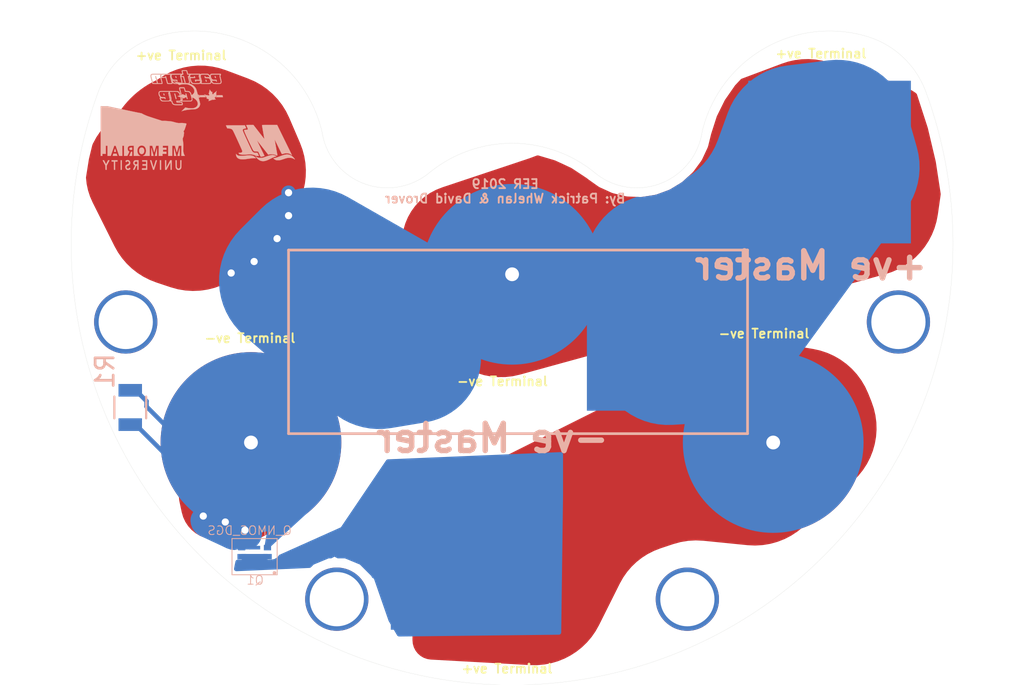
<source format=kicad_pcb>
(kicad_pcb (version 20171130) (host pcbnew "(5.0.1)-3")

  (general
    (thickness 1.6)
    (drawings 17)
    (tracks 20)
    (zones 0)
    (modules 19)
    (nets 8)
  )

  (page A4)
  (layers
    (0 F.Cu signal)
    (31 B.Cu signal)
    (32 B.Adhes user)
    (33 F.Adhes user)
    (34 B.Paste user)
    (35 F.Paste user)
    (36 B.SilkS user)
    (37 F.SilkS user)
    (38 B.Mask user)
    (39 F.Mask user)
    (40 Dwgs.User user)
    (41 Cmts.User user)
    (42 Eco1.User user)
    (43 Eco2.User user)
    (44 Edge.Cuts user)
    (45 Margin user)
    (46 B.CrtYd user)
    (47 F.CrtYd user)
    (48 B.Fab user)
    (49 F.Fab user)
  )

  (setup
    (last_trace_width 0.25)
    (trace_clearance 0.2)
    (zone_clearance 0.25)
    (zone_45_only no)
    (trace_min 0.2)
    (segment_width 0.2)
    (edge_width 0.15)
    (via_size 0.8)
    (via_drill 0.4)
    (via_min_size 0.3)
    (via_min_drill 0.3)
    (uvia_size 0.3)
    (uvia_drill 0.1)
    (uvias_allowed no)
    (uvia_min_size 0.2)
    (uvia_min_drill 0.1)
    (pcb_text_width 0.3)
    (pcb_text_size 1.5 1.5)
    (mod_edge_width 0.15)
    (mod_text_size 1 1)
    (mod_text_width 0.15)
    (pad_size 2 2)
    (pad_drill 0)
    (pad_to_mask_clearance 0.051)
    (solder_mask_min_width 0.25)
    (aux_axis_origin 0 0)
    (visible_elements 7FFFFFFF)
    (pcbplotparams
      (layerselection 0x010f0_ffffffff)
      (usegerberextensions true)
      (usegerberattributes false)
      (usegerberadvancedattributes false)
      (creategerberjobfile false)
      (excludeedgelayer true)
      (linewidth 0.100000)
      (plotframeref false)
      (viasonmask false)
      (mode 1)
      (useauxorigin false)
      (hpglpennumber 1)
      (hpglpenspeed 20)
      (hpglpendiameter 15.000000)
      (psnegative false)
      (psa4output false)
      (plotreference true)
      (plotvalue true)
      (plotinvisibletext false)
      (padsonsilk false)
      (subtractmaskfromsilk false)
      (outputformat 1)
      (mirror false)
      (drillshape 0)
      (scaleselection 1)
      (outputdirectory "MROV1/"))
  )

  (net 0 "")
  (net 1 "Net-(BT1-Pad1)")
  (net 2 "Net-(BT2-Pad1)")
  (net 3 "Net-(BT4-Pad1)")
  (net 4 "Net-(BT6-Pad1)")
  (net 5 "Net-(F1-Pad1)")
  (net 6 "Net-(P2-Pad1)")
  (net 7 "Net-(P3-Pad1)")

  (net_class Default "This is the default net class."
    (clearance 0.2)
    (trace_width 0.25)
    (via_dia 0.8)
    (via_drill 0.4)
    (uvia_dia 0.3)
    (uvia_drill 0.1)
    (add_net "Net-(BT1-Pad1)")
    (add_net "Net-(BT2-Pad1)")
    (add_net "Net-(BT4-Pad1)")
    (add_net "Net-(BT6-Pad1)")
    (add_net "Net-(F1-Pad1)")
    (add_net "Net-(P2-Pad1)")
    (add_net "Net-(P3-Pad1)")
  )

  (module "EER:+Batt Terminal" (layer F.Cu) (tedit 5C4D0051) (tstamp 5C4D1B19)
    (at 82.43 95.46)
    (path /5C4C9B3C)
    (fp_text reference BT1 (at 0 -6.35) (layer F.SilkS) hide
      (effects (font (size 1 1) (thickness 0.15)))
    )
    (fp_text value +BattTerminal (at 0 -7.62) (layer F.Fab)
      (effects (font (size 1 1) (thickness 0.15)))
    )
    (pad 1 smd circle (at 0 0) (size 10 10) (layers F.Cu F.Paste F.Mask)
      (net 1 "Net-(BT1-Pad1)"))
  )

  (module "EER:Glass Fuse Holder" (layer F.Cu) (tedit 5C4D0A57) (tstamp 5C4E4216)
    (at 111.76 101.6 180)
    (path /5C4CEE3B)
    (fp_text reference F1 (at 11.43 -10.16 180) (layer B.SilkS) hide
      (effects (font (size 1 1) (thickness 0.15)) (justify mirror))
    )
    (fp_text value FuseHolder (at 11.43 -11.43 180) (layer F.Fab)
      (effects (font (size 1 1) (thickness 0.15)))
    )
    (fp_line (start 24.13 1.27) (end -1.27 1.27) (layer B.SilkS) (width 0.15))
    (fp_line (start 24.13 -8.89) (end 24.13 1.27) (layer B.SilkS) (width 0.15))
    (fp_line (start 24.13 -8.89) (end -1.27 -8.89) (layer B.SilkS) (width 0.15))
    (fp_line (start -1.27 1.27) (end -1.27 -8.89) (layer B.SilkS) (width 0.15))
    (pad 2 smd rect (at 19.05 -3.81 180) (size 7.62 7.62) (layers B.Cu B.Mask)
      (net 1 "Net-(BT1-Pad1)"))
    (pad 1 smd rect (at 3.81 -3.81 180) (size 7.62 7.62) (layers B.Cu B.Mask)
      (net 5 "Net-(F1-Pad1)"))
  )

  (module "EER:Wire Pad" (layer F.Cu) (tedit 5C4D0A79) (tstamp 5C4E42A3)
    (at 112.49 100.54)
    (path /5C4CAB37)
    (fp_text reference P1 (at 5.08 -12.2) (layer B.SilkS) hide
      (effects (font (size 1 1) (thickness 0.15)) (justify mirror))
    )
    (fp_text value WirePad (at 5.08 -13.2) (layer F.Fab)
      (effects (font (size 1 1) (thickness 0.15)))
    )
    (pad 1 smd rect (at 5.08 -5.08) (size 9 9) (layers B.Cu B.Mask)
      (net 5 "Net-(F1-Pad1)"))
  )

  (module "EER:Wire Pad" (layer F.Cu) (tedit 5C4D0A68) (tstamp 5C4F4D64)
    (at 92.71 121.92)
    (path /5C4CA92E)
    (fp_text reference P2 (at 5.08 -12.2) (layer B.SilkS) hide
      (effects (font (size 1 1) (thickness 0.15)) (justify mirror))
    )
    (fp_text value WirePad (at 5.08 -13.2) (layer F.Fab)
      (effects (font (size 1 1) (thickness 0.15)))
    )
    (pad 1 smd rect (at 5.08 -5.08) (size 9 9) (layers B.Cu B.Mask)
      (net 6 "Net-(P2-Pad1)"))
  )

  (module "EER:-Batt Terminal" (layer F.Cu) (tedit 5C4D0055) (tstamp 5C4D1B2B)
    (at 100 101.67)
    (path /5C4CB272)
    (fp_text reference BT4 (at 0 -6.35) (layer F.SilkS) hide
      (effects (font (size 1 1) (thickness 0.15)))
    )
    (fp_text value -BattTerminal (at 0 -7.62) (layer F.Fab)
      (effects (font (size 1 1) (thickness 0.15)))
    )
    (pad 1 thru_hole circle (at 0 0) (size 10 10) (drill 0.765) (layers F.Cu F.Mask)
      (net 3 "Net-(BT4-Pad1)"))
  )

  (module "EER:-Batt Terminal" (layer F.Cu) (tedit 5C4D005F) (tstamp 5C4D1B1F)
    (at 114.45 110.98)
    (path /5C4CA021)
    (fp_text reference BT2 (at 0 -6.35) (layer F.SilkS) hide
      (effects (font (size 1 1) (thickness 0.15)))
    )
    (fp_text value -BattTerminal (at 0 -7.62) (layer F.Fab)
      (effects (font (size 1 1) (thickness 0.15)))
    )
    (pad 1 thru_hole circle (at 0 0) (size 10 10) (drill 0.765) (layers F.Cu F.Mask)
      (net 2 "Net-(BT2-Pad1)"))
  )

  (module "EER:-Batt Terminal" (layer F.Cu) (tedit 5C4D0046) (tstamp 5C4CFC8D)
    (at 85.55 110.98)
    (path /5C4CA4B3)
    (fp_text reference BT6 (at 0 -6.35) (layer F.SilkS) hide
      (effects (font (size 1 1) (thickness 0.15)))
    )
    (fp_text value -BattTerminal (at 0 -7.62) (layer F.Fab)
      (effects (font (size 1 1) (thickness 0.15)))
    )
    (pad 1 thru_hole circle (at 0 0) (size 10 10) (drill 0.765) (layers F.Cu F.Mask)
      (net 4 "Net-(BT6-Pad1)"))
  )

  (module "EER:Small Wire Pad" (layer F.Cu) (tedit 5C4D0A70) (tstamp 5C4F19F4)
    (at 85.4964 116.4844)
    (path /5C4D13AC)
    (fp_text reference P3 (at 2.54 -5.85) (layer B.SilkS) hide
      (effects (font (size 1 1) (thickness 0.15)) (justify mirror))
    )
    (fp_text value WirePad (at 2.54 -7.62) (layer F.Fab)
      (effects (font (size 1 1) (thickness 0.15)))
    )
    (pad 1 smd circle (at 2.54 -2.54) (size 2 2) (layers B.Cu B.Paste B.Mask)
      (net 7 "Net-(P3-Pad1)"))
  )

  (module "Battery Pack:TRANS_DMN2020UFCL-7" (layer F.Cu) (tedit 5C4CF3DD) (tstamp 5C4EAD93)
    (at 85.7504 117.2972 180)
    (path /5C4D0B89)
    (attr smd)
    (fp_text reference Q1 (at -0.030826 -1.30567 180) (layer B.SilkS)
      (effects (font (size 0.48032 0.48032) (thickness 0.05)) (justify mirror))
    )
    (fp_text value Q_NMOS_DGS (at 0.274147 1.44595 180) (layer B.SilkS)
      (effects (font (size 0.480251 0.480251) (thickness 0.05)) (justify mirror))
    )
    (fp_line (start -1.25 1) (end -1.25 -1) (layer B.SilkS) (width 0.05))
    (fp_line (start 1.25 1) (end -1.25 1) (layer B.SilkS) (width 0.05))
    (fp_line (start 1.25 -1) (end 1.25 1) (layer B.SilkS) (width 0.05))
    (fp_line (start -1.25 -1) (end 1.25 -1) (layer B.SilkS) (width 0.05))
    (fp_circle (center -1.1 -0.9) (end -1.05 -0.9) (layer B.SilkS) (width 0.1))
    (fp_line (start -0.825 0.825) (end -0.825 -0.825) (layer Dwgs.User) (width 0.127))
    (fp_line (start 0.825 -0.825) (end 0.825 0.825) (layer Dwgs.User) (width 0.127))
    (pad 1 smd rect (at 0 -0.21 180) (size 1.425 0.72) (layers B.Cu B.Paste B.Mask)
      (net 6 "Net-(P2-Pad1)"))
    (pad 3 smd rect (at 0 0.5 180) (size 0.62 0.2) (layers B.Cu B.Paste B.Mask)
      (net 4 "Net-(BT6-Pad1)"))
    (pad 3 smd rect (at 0.7125 0.5 180) (size 0.4 0.3) (layers B.Cu B.Paste B.Mask)
      (net 4 "Net-(BT6-Pad1)"))
    (pad 1 smd rect (at 0.7125 0 180) (size 0.475 0.3) (layers B.Cu B.Paste B.Mask)
      (net 6 "Net-(P2-Pad1)"))
    (pad 1 smd rect (at 0.7125 -0.5 180) (size 0.475 0.3) (layers B.Cu B.Paste B.Mask)
      (net 6 "Net-(P2-Pad1)"))
    (pad 2 smd rect (at -0.7125 0.5 180) (size 0.4 0.3) (layers B.Cu B.Paste B.Mask)
      (net 7 "Net-(P3-Pad1)"))
    (pad 1 smd rect (at -0.7125 0 180) (size 0.475 0.3) (layers B.Cu B.Paste B.Mask)
      (net 6 "Net-(P2-Pad1)"))
    (pad 1 smd rect (at -0.7125 -0.5 180) (size 0.475 0.3) (layers B.Cu B.Paste B.Mask)
      (net 6 "Net-(P2-Pad1)"))
  )

  (module "EER:M3 Mounting Hole" (layer F.Cu) (tedit 5C4CFEA3) (tstamp 5C4EE0E1)
    (at 78.62 104.31)
    (fp_text reference REF** (at 0 -3.31) (layer F.SilkS) hide
      (effects (font (size 1 1) (thickness 0.15)))
    )
    (fp_text value "M3 Mounting Hole" (at 0 -4.31) (layer F.Fab)
      (effects (font (size 1 1) (thickness 0.15)))
    )
    (pad 1 thru_hole circle (at 0 0) (size 3.5 3.5) (drill 3) (layers *.Cu *.Mask))
  )

  (module "EER:M3 Mounting Hole" (layer F.Cu) (tedit 5C4D0069) (tstamp 5C4EE0E2)
    (at 90.3 119.65)
    (fp_text reference REF** (at 0 -3.31) (layer F.SilkS) hide
      (effects (font (size 1 1) (thickness 0.15)))
    )
    (fp_text value "M3 Mounting Hole" (at 0 -4.31) (layer F.Fab)
      (effects (font (size 1 1) (thickness 0.15)))
    )
    (pad 1 thru_hole circle (at 0 0) (size 3.5 3.5) (drill 3) (layers *.Cu *.Mask))
  )

  (module "EER:M3 Mounting Hole" (layer F.Cu) (tedit 5C4D0065) (tstamp 5C4EE0E2)
    (at 109.7 119.65)
    (fp_text reference REF** (at 0 -3.31) (layer F.SilkS) hide
      (effects (font (size 1 1) (thickness 0.15)))
    )
    (fp_text value "M3 Mounting Hole" (at 0 -4.31) (layer F.Fab)
      (effects (font (size 1 1) (thickness 0.15)))
    )
    (pad 1 thru_hole circle (at 0 0) (size 3.5 3.5) (drill 3) (layers *.Cu *.Mask))
  )

  (module "EER:M3 Mounting Hole" (layer F.Cu) (tedit 5C4D006D) (tstamp 5C4EE0E2)
    (at 121.38 104.31)
    (fp_text reference REF** (at 0 -3.31) (layer F.SilkS) hide
      (effects (font (size 1 1) (thickness 0.15)))
    )
    (fp_text value "M3 Mounting Hole" (at 0 -4.31) (layer F.Fab)
      (effects (font (size 1 1) (thickness 0.15)))
    )
    (pad 1 thru_hole circle (at 0 0) (size 3.5 3.5) (drill 3) (layers *.Cu *.Mask))
  )

  (module "EER:+Batt Terminal" (layer F.Cu) (tedit 5C4D028C) (tstamp 5C4D1B25)
    (at 100 118.15)
    (path /5C4CB6E8)
    (fp_text reference BT3 (at 0 -6.35) (layer F.SilkS) hide
      (effects (font (size 1 1) (thickness 0.15)))
    )
    (fp_text value +BattTerminal (at 0 -7.62) (layer F.Fab)
      (effects (font (size 1 1) (thickness 0.15)))
    )
    (pad 1 smd circle (at 0 0) (size 10 10) (layers F.Cu F.Paste F.Mask)
      (net 2 "Net-(BT2-Pad1)"))
  )

  (module "EER:+Batt Terminal" (layer F.Cu) (tedit 5C4D005C) (tstamp 5C4D1B31)
    (at 117.57 95.46)
    (path /5C4CB990)
    (fp_text reference BT5 (at 0 -6.35) (layer F.SilkS) hide
      (effects (font (size 1 1) (thickness 0.15)))
    )
    (fp_text value +BattTerminal (at 0 -7.62) (layer F.Fab)
      (effects (font (size 1 1) (thickness 0.15)))
    )
    (pad 1 smd circle (at 0 0) (size 10 10) (layers F.Cu F.Paste F.Mask)
      (net 3 "Net-(BT4-Pad1)"))
  )

  (module Resistors_SMD:R_0805 (layer B.Cu) (tedit 58E0A804) (tstamp 5C4EE44A)
    (at 78.87 109.04 270)
    (descr "Resistor SMD 0805, reflow soldering, Vishay (see dcrcw.pdf)")
    (tags "resistor 0805")
    (path /5C4D119F)
    (attr smd)
    (fp_text reference R1 (at -2.0044 1.4 270) (layer B.SilkS)
      (effects (font (size 1 1) (thickness 0.15)) (justify mirror))
    )
    (fp_text value 100k (at -0.1016 -1.8288 270) (layer B.Fab)
      (effects (font (size 1 1) (thickness 0.15)) (justify mirror))
    )
    (fp_line (start 1.55 -0.9) (end -1.55 -0.9) (layer B.CrtYd) (width 0.05))
    (fp_line (start 1.55 -0.9) (end 1.55 0.9) (layer B.CrtYd) (width 0.05))
    (fp_line (start -1.55 0.9) (end -1.55 -0.9) (layer B.CrtYd) (width 0.05))
    (fp_line (start -1.55 0.9) (end 1.55 0.9) (layer B.CrtYd) (width 0.05))
    (fp_line (start -0.6 0.88) (end 0.6 0.88) (layer B.SilkS) (width 0.12))
    (fp_line (start 0.6 -0.88) (end -0.6 -0.88) (layer B.SilkS) (width 0.12))
    (fp_line (start -1 0.62) (end 1 0.62) (layer B.Fab) (width 0.1))
    (fp_line (start 1 0.62) (end 1 -0.62) (layer B.Fab) (width 0.1))
    (fp_line (start 1 -0.62) (end -1 -0.62) (layer B.Fab) (width 0.1))
    (fp_line (start -1 -0.62) (end -1 0.62) (layer B.Fab) (width 0.1))
    (fp_text user %R (at 0 0) (layer B.Fab)
      (effects (font (size 0.5 0.5) (thickness 0.075)) (justify mirror))
    )
    (pad 2 smd rect (at 0.95 0 270) (size 0.7 1.3) (layers B.Cu B.Paste B.Mask)
      (net 4 "Net-(BT6-Pad1)"))
    (pad 1 smd rect (at -0.95 0 270) (size 0.7 1.3) (layers B.Cu B.Paste B.Mask)
      (net 7 "Net-(P3-Pad1)"))
    (model ${KISYS3DMOD}/Resistors_SMD.3dshapes/R_0805.wrl
      (at (xyz 0 0 0))
      (scale (xyz 1 1 1))
      (rotate (xyz 0 0 0))
    )
  )

  (module "Battery Pack:EER LOGO Small" (layer B.Cu) (tedit 0) (tstamp 5C4DEF86)
    (at 81.9912 91.2876 180)
    (fp_text reference G*** (at 0 0 180) (layer B.SilkS) hide
      (effects (font (size 1.524 1.524) (thickness 0.3)) (justify mirror))
    )
    (fp_text value LOGO (at 0.75 0 180) (layer B.SilkS) hide
      (effects (font (size 1.524 1.524) (thickness 0.3)) (justify mirror))
    )
    (fp_poly (pts (xy -1.044457 0.378837) (xy -1.040388 0.372326) (xy -1.040433 0.372181) (xy -1.043757 0.360937)
      (xy -1.049434 0.340978) (xy -1.05452 0.322792) (xy -1.061235 0.300237) (xy -1.067252 0.288111)
      (xy -1.075399 0.283185) (xy -1.08851 0.282225) (xy -1.090059 0.282223) (xy -1.107488 0.284386)
      (xy -1.111557 0.290897) (xy -1.111512 0.291042) (xy -1.108187 0.302286) (xy -1.10251 0.322245)
      (xy -1.097425 0.340431) (xy -1.090709 0.362987) (xy -1.084693 0.375112) (xy -1.076545 0.380038)
      (xy -1.063435 0.380998) (xy -1.061886 0.381) (xy -1.044457 0.378837)) (layer B.SilkS) (width 0.01))
    (fp_poly (pts (xy -1.561279 0.577971) (xy -1.554824 0.574407) (xy -1.553572 0.565155) (xy -1.557071 0.547504)
      (xy -1.563962 0.522005) (xy -1.570843 0.49886) (xy -1.576847 0.486221) (xy -1.584584 0.480918)
      (xy -1.596663 0.479785) (xy -1.598742 0.479778) (xy -1.621782 0.479778) (xy -1.608169 0.527381)
      (xy -1.601442 0.551136) (xy -1.596577 0.568768) (xy -1.594564 0.576677) (xy -1.594556 0.57677)
      (xy -1.58841 0.578025) (xy -1.573608 0.578556) (xy -1.573389 0.578556) (xy -1.561279 0.577971)) (layer B.SilkS) (width 0.01))
    (fp_poly (pts (xy 1.283402 -0.381944) (xy 1.288697 -0.3871) (xy 1.2868 -0.399948) (xy 1.286689 -0.400402)
      (xy 1.278271 -0.433527) (xy 1.271456 -0.45544) (xy 1.264845 -0.468718) (xy 1.257042 -0.475939)
      (xy 1.246648 -0.47968) (xy 1.243301 -0.48041) (xy 1.22799 -0.481834) (xy 1.220708 -0.479151)
      (xy 1.220611 -0.478572) (xy 1.222227 -0.46883) (xy 1.226453 -0.449672) (xy 1.232052 -0.426547)
      (xy 1.238475 -0.402279) (xy 1.243955 -0.388654) (xy 1.250881 -0.382601) (xy 1.261639 -0.381048)
      (xy 1.267464 -0.381) (xy 1.283402 -0.381944)) (layer B.SilkS) (width 0.01))
    (fp_poly (pts (xy 0.614819 0.57734) (xy 0.622205 0.574888) (xy 0.622376 0.566721) (xy 0.619223 0.548985)
      (xy 0.613885 0.527263) (xy 0.60686 0.503364) (xy 0.600647 0.489914) (xy 0.592808 0.483629)
      (xy 0.580909 0.481225) (xy 0.579642 0.481095) (xy 0.564362 0.480755) (xy 0.557427 0.482926)
      (xy 0.557389 0.483173) (xy 0.558989 0.491724) (xy 0.563177 0.509941) (xy 0.56883 0.533009)
      (xy 0.575446 0.557436) (xy 0.581185 0.571125) (xy 0.588104 0.577142) (xy 0.598259 0.578551)
      (xy 0.599404 0.578556) (xy 0.614819 0.57734)) (layer B.SilkS) (width 0.01))
    (fp_poly (pts (xy 0.161676 0.909775) (xy 0.197868 0.908689) (xy 0.227132 0.907047) (xy 0.246834 0.904984)
      (xy 0.253652 0.903298) (xy 0.264751 0.893435) (xy 0.270219 0.877506) (xy 0.270118 0.853628)
      (xy 0.264508 0.819918) (xy 0.257321 0.789405) (xy 0.250165 0.759586) (xy 0.24506 0.735149)
      (xy 0.242589 0.719104) (xy 0.242799 0.714405) (xy 0.250412 0.713648) (xy 0.270603 0.71301)
      (xy 0.30184 0.712503) (xy 0.342591 0.712141) (xy 0.391323 0.711935) (xy 0.446505 0.711898)
      (xy 0.506604 0.712042) (xy 0.523849 0.712116) (xy 0.608116 0.712298) (xy 0.678547 0.711997)
      (xy 0.735088 0.711212) (xy 0.777687 0.709945) (xy 0.806292 0.708197) (xy 0.82085 0.70597)
      (xy 0.821322 0.705803) (xy 0.841344 0.701949) (xy 0.849873 0.705289) (xy 0.858781 0.706775)
      (xy 0.881571 0.708094) (xy 0.918015 0.709242) (xy 0.967885 0.710217) (xy 1.030953 0.711014)
      (xy 1.106991 0.711632) (xy 1.19577 0.712067) (xy 1.297064 0.712317) (xy 1.389338 0.712381)
      (xy 1.490624 0.712394) (xy 1.57877 0.712386) (xy 1.654748 0.712288) (xy 1.719529 0.712032)
      (xy 1.774084 0.711547) (xy 1.819384 0.710766) (xy 1.856401 0.709618) (xy 1.886105 0.708035)
      (xy 1.909469 0.705947) (xy 1.927463 0.703286) (xy 1.941059 0.699982) (xy 1.951228 0.695966)
      (xy 1.958941 0.691169) (xy 1.96517 0.685522) (xy 1.970886 0.678956) (xy 1.97706 0.671401)
      (xy 1.977816 0.670498) (xy 1.993217 0.645647) (xy 2.000851 0.615654) (xy 2.000882 0.578407)
      (xy 1.993469 0.531799) (xy 1.989733 0.515317) (xy 1.975082 0.455549) (xy 1.960049 0.396903)
      (xy 1.945115 0.341036) (xy 1.93076 0.2896) (xy 1.917464 0.244251) (xy 1.905707 0.206643)
      (xy 1.89597 0.178429) (xy 1.888731 0.161264) (xy 1.885717 0.156902) (xy 1.879272 0.154485)
      (xy 1.866322 0.152572) (xy 1.845731 0.151133) (xy 1.816364 0.150139) (xy 1.777087 0.149561)
      (xy 1.726765 0.149369) (xy 1.664263 0.149535) (xy 1.612763 0.149847) (xy 1.351676 0.151695)
      (xy 1.340824 0.17111) (xy 1.337303 0.178511) (xy 1.335431 0.186895) (xy 1.335492 0.194731)
      (xy 1.375833 0.194731) (xy 1.382485 0.193272) (xy 1.400829 0.192033) (xy 1.428446 0.191109)
      (xy 1.462918 0.190595) (xy 1.483431 0.190521) (xy 1.591028 0.190542) (xy 1.629125 0.333396)
      (xy 1.646297 0.397963) (xy 1.660179 0.450216) (xy 1.671246 0.491444) (xy 1.679972 0.522933)
      (xy 1.686833 0.54597) (xy 1.692303 0.561842) (xy 1.696858 0.571835) (xy 1.700971 0.577237)
      (xy 1.705119 0.579334) (xy 1.709775 0.579414) (xy 1.715415 0.578763) (xy 1.719592 0.578556)
      (xy 1.736851 0.576613) (xy 1.741144 0.57061) (xy 1.74087 0.569737) (xy 1.738192 0.560688)
      (xy 1.732467 0.539978) (xy 1.724231 0.509594) (xy 1.71402 0.471523) (xy 1.70237 0.427753)
      (xy 1.693732 0.395112) (xy 1.681196 0.347793) (xy 1.669538 0.30409) (xy 1.659339 0.26616)
      (xy 1.651181 0.236161) (xy 1.645646 0.216247) (xy 1.643728 0.209726) (xy 1.637499 0.190145)
      (xy 1.747709 0.192087) (xy 1.857919 0.194028) (xy 1.906379 0.373945) (xy 1.923078 0.436686)
      (xy 1.936041 0.487441) (xy 1.945523 0.527759) (xy 1.951781 0.559188) (xy 1.955069 0.583278)
      (xy 1.955643 0.601577) (xy 1.953758 0.615633) (xy 1.949671 0.626997) (xy 1.948509 0.629276)
      (xy 1.942362 0.639969) (xy 1.935558 0.648621) (xy 1.926627 0.655448) (xy 1.9141 0.660667)
      (xy 1.89651 0.664492) (xy 1.872387 0.66714) (xy 1.840262 0.668827) (xy 1.798668 0.669768)
      (xy 1.746135 0.67018) (xy 1.681195 0.670277) (xy 1.669552 0.670278) (xy 1.439809 0.670278)
      (xy 1.453165 0.647348) (xy 1.462728 0.629057) (xy 1.468771 0.611345) (xy 1.471179 0.591824)
      (xy 1.469836 0.568108) (xy 1.464628 0.537809) (xy 1.45544 0.498541) (xy 1.443871 0.454299)
      (xy 1.425376 0.385239) (xy 1.410291 0.328744) (xy 1.398339 0.283757) (xy 1.389242 0.249222)
      (xy 1.382723 0.224083) (xy 1.378507 0.207284) (xy 1.376315 0.197768) (xy 1.375833 0.194731)
      (xy 1.335492 0.194731) (xy 1.335521 0.198297) (xy 1.337887 0.214749) (xy 1.342843 0.238287)
      (xy 1.3507 0.270945) (xy 1.361774 0.314756) (xy 1.364734 0.326332) (xy 1.375586 0.368741)
      (xy 1.385374 0.407009) (xy 1.393506 0.438827) (xy 1.399393 0.461885) (xy 1.402444 0.473875)
      (xy 1.402598 0.474487) (xy 1.402766 0.478985) (xy 1.399402 0.48224) (xy 1.390614 0.484451)
      (xy 1.374511 0.485816) (xy 1.349201 0.486534) (xy 1.312793 0.486804) (xy 1.285206 0.486834)
      (xy 1.164711 0.486834) (xy 1.156963 0.456848) (xy 1.151795 0.437264) (xy 1.144084 0.40854)
      (xy 1.135032 0.375142) (xy 1.128927 0.352778) (xy 1.118398 0.314109) (xy 1.107221 0.272691)
      (xy 1.097168 0.23511) (xy 1.093244 0.220293) (xy 1.082647 0.185584) (xy 1.072531 0.163305)
      (xy 1.065028 0.155029) (xy 1.053052 0.152444) (xy 1.029918 0.150484) (xy 0.998565 0.149144)
      (xy 0.961931 0.148418) (xy 0.922955 0.148303) (xy 0.884575 0.148793) (xy 0.84973 0.149884)
      (xy 0.82136 0.15157) (xy 0.802403 0.153848) (xy 0.796814 0.155471) (xy 0.78604 0.167875)
      (xy 0.783167 0.187221) (xy 0.782124 0.19749) (xy 0.8255 0.19749) (xy 0.832505 0.19437)
      (xy 0.853418 0.192434) (xy 0.888085 0.191689) (xy 0.93293 0.192081) (xy 1.04036 0.194028)
      (xy 1.083731 0.356306) (xy 1.096454 0.403879) (xy 1.10842 0.44856) (xy 1.118995 0.487989)
      (xy 1.127546 0.519805) (xy 1.13344 0.541649) (xy 1.135323 0.54857) (xy 1.141558 0.567393)
      (xy 1.149003 0.576113) (xy 1.161437 0.578505) (xy 1.165362 0.578556) (xy 1.17973 0.57757)
      (xy 1.18482 0.571799) (xy 1.183678 0.557022) (xy 1.183172 0.553862) (xy 1.179165 0.529167)
      (xy 1.28726 0.529167) (xy 1.330243 0.529176) (xy 1.361121 0.529908) (xy 1.381894 0.53242)
      (xy 1.394563 0.537767) (xy 1.401128 0.547008) (xy 1.403593 0.561198) (xy 1.403956 0.581394)
      (xy 1.403959 0.590792) (xy 1.400921 0.615779) (xy 1.389522 0.636513) (xy 1.383475 0.643709)
      (xy 1.362895 0.66675) (xy 1.120698 0.668787) (xy 1.055135 0.669269) (xy 1.002478 0.66947)
      (xy 0.961522 0.669351) (xy 0.931063 0.668873) (xy 0.909898 0.667997) (xy 0.896823 0.666683)
      (xy 0.890633 0.664893) (xy 0.890126 0.662587) (xy 0.891486 0.661329) (xy 0.900616 0.649291)
      (xy 0.909705 0.628936) (xy 0.914001 0.615097) (xy 0.91664 0.60561) (xy 0.918742 0.597829)
      (xy 0.92002 0.590266) (xy 0.920185 0.581431) (xy 0.918951 0.569834) (xy 0.916028 0.553985)
      (xy 0.911129 0.532395) (xy 0.903967 0.503573) (xy 0.894254 0.46603) (xy 0.881702 0.418276)
      (xy 0.866022 0.358822) (xy 0.860281 0.337021) (xy 0.84949 0.295647) (xy 0.840061 0.258802)
      (xy 0.832552 0.228716) (xy 0.827517 0.207618) (xy 0.825513 0.197739) (xy 0.8255 0.19749)
      (xy 0.782124 0.19749) (xy 0.781303 0.205571) (xy 0.775064 0.21062) (xy 0.763472 0.202737)
      (xy 0.757802 0.196805) (xy 0.737339 0.178324) (xy 0.712912 0.165181) (xy 0.681816 0.156534)
      (xy 0.641345 0.151542) (xy 0.606778 0.149795) (xy 0.525639 0.147264) (xy 0.557389 0.168852)
      (xy 0.581901 0.183027) (xy 0.60514 0.189343) (xy 0.626462 0.19047) (xy 0.670819 0.197191)
      (xy 0.710346 0.216255) (xy 0.742759 0.246125) (xy 0.765153 0.28376) (xy 0.772353 0.301364)
      (xy 0.775841 0.314018) (xy 0.77395 0.322539) (xy 0.765016 0.327742) (xy 0.747373 0.330445)
      (xy 0.719356 0.331464) (xy 0.679299 0.331614) (xy 0.667535 0.331612) (xy 0.558959 0.331612)
      (xy 0.554327 0.306917) (xy 0.549791 0.290316) (xy 0.541428 0.283507) (xy 0.525185 0.282223)
      (xy 0.513226 0.282389) (xy 0.506253 0.284566) (xy 0.50401 0.291271) (xy 0.506238 0.305021)
      (xy 0.51268 0.328333) (xy 0.518458 0.34795) (xy 0.525553 0.37204) (xy 0.799219 0.37204)
      (xy 0.804333 0.36678) (xy 0.818863 0.360346) (xy 0.825203 0.365016) (xy 0.825596 0.368653)
      (xy 0.827272 0.38202) (xy 0.830017 0.395112) (xy 0.834341 0.41275) (xy 0.814046 0.39313)
      (xy 0.801725 0.379893) (xy 0.799219 0.37204) (xy 0.525553 0.37204) (xy 0.527154 0.377473)
      (xy 0.625174 0.381) (xy 0.666607 0.382802) (xy 0.696699 0.385018) (xy 0.718223 0.388054)
      (xy 0.73395 0.392314) (xy 0.74665 0.398203) (xy 0.747889 0.398913) (xy 0.774589 0.420608)
      (xy 0.79785 0.450985) (xy 0.816796 0.487143) (xy 0.830555 0.526181) (xy 0.838253 0.565196)
      (xy 0.839015 0.601287) (xy 0.831968 0.631552) (xy 0.82259 0.646954) (xy 0.805569 0.66675)
      (xy 0.564724 0.668783) (xy 0.323879 0.670815) (xy 0.335518 0.65305) (xy 0.345063 0.636958)
      (xy 0.351513 0.621061) (xy 0.354736 0.60335) (xy 0.354598 0.581812) (xy 0.350967 0.554439)
      (xy 0.343711 0.519218) (xy 0.332695 0.474139) (xy 0.320654 0.427988) (xy 0.306312 0.372614)
      (xy 0.295858 0.329237) (xy 0.288994 0.296382) (xy 0.285422 0.272569) (xy 0.284844 0.25632)
      (xy 0.28528 0.252237) (xy 0.287244 0.235012) (xy 0.284062 0.227565) (xy 0.273213 0.225808)
      (xy 0.268949 0.225778) (xy 0.255313 0.227728) (xy 0.245999 0.234468) (xy 0.241025 0.247338)
      (xy 0.240411 0.267676) (xy 0.244177 0.296821) (xy 0.252341 0.33611) (xy 0.264923 0.386882)
      (xy 0.271639 0.412361) (xy 0.281951 0.451136) (xy 0.290864 0.484906) (xy 0.297791 0.511426)
      (xy 0.302147 0.528453) (xy 0.303389 0.533782) (xy 0.296893 0.53492) (xy 0.27964 0.535775)
      (xy 0.254986 0.5362) (xy 0.247445 0.536223) (xy 0.191501 0.536223) (xy 0.181157 0.499181)
      (xy 0.175922 0.480023) (xy 0.167948 0.450329) (xy 0.158066 0.413216) (xy 0.147108 0.371801)
      (xy 0.138618 0.33955) (xy 0.128124 0.30006) (xy 0.118707 0.265504) (xy 0.110995 0.238116)
      (xy 0.105616 0.22013) (xy 0.103279 0.213816) (xy 0.094765 0.212256) (xy 0.079114 0.212933)
      (xy 0.058094 0.215195) (xy 0.101983 0.377473) (xy 0.114613 0.424239) (xy 0.126233 0.467393)
      (xy 0.13626 0.504756) (xy 0.144111 0.534151) (xy 0.149201 0.553401) (xy 0.150681 0.559153)
      (xy 0.155491 0.578556) (xy 0.289278 0.578556) (xy 0.289278 0.599611) (xy 0.282728 0.625694)
      (xy 0.264969 0.647736) (xy 0.238839 0.663047) (xy 0.216729 0.668362) (xy 0.19729 0.672054)
      (xy 0.185333 0.677218) (xy 0.183508 0.680015) (xy 0.185341 0.689475) (xy 0.190303 0.709678)
      (xy 0.19767 0.737794) (xy 0.206716 0.770992) (xy 0.208139 0.776112) (xy 0.217308 0.809141)
      (xy 0.224932 0.836817) (xy 0.230302 0.856546) (xy 0.232706 0.865737) (xy 0.232769 0.86607)
      (xy 0.226137 0.866675) (xy 0.207795 0.867191) (xy 0.180144 0.867578) (xy 0.145585 0.867798)
      (xy 0.123804 0.867834) (xy 0.014774 0.867834) (xy 0.008516 0.844903) (xy 0.004111 0.82864)
      (xy -0.002878 0.802698) (xy -0.011386 0.771034) (xy -0.018066 0.746125) (xy -0.03839 0.670278)
      (xy -0.154797 0.670278) (xy -0.137371 0.644599) (xy -0.126325 0.623719) (xy -0.120312 0.603401)
      (xy -0.119944 0.598738) (xy -0.118462 0.585162) (xy -0.111177 0.579595) (xy -0.09525 0.578556)
      (xy -0.078217 0.576968) (xy -0.071349 0.570794) (xy -0.070556 0.564531) (xy -0.072349 0.55356)
      (xy -0.077343 0.531357) (xy -0.084957 0.500287) (xy -0.09461 0.462713) (xy -0.105723 0.420998)
      (xy -0.106501 0.418128) (xy -0.120768 0.36397) (xy -0.130768 0.321363) (xy -0.13663 0.288451)
      (xy -0.138481 0.263375) (xy -0.136449 0.244279) (xy -0.130661 0.229303) (xy -0.121246 0.216591)
      (xy -0.120431 0.215713) (xy -0.105651 0.19998) (xy -0.130661 0.192304) (xy -0.147877 0.18815)
      (xy -0.157978 0.190796) (xy -0.167002 0.201921) (xy -0.167406 0.202537) (xy -0.176882 0.222519)
      (xy -0.181501 0.247384) (xy -0.181147 0.278828) (xy -0.175704 0.31855) (xy -0.165055 0.368248)
      (xy -0.152723 0.416278) (xy -0.140912 0.460995) (xy -0.133009 0.49394) (xy -0.128855 0.516852)
      (xy -0.128292 0.53147) (xy -0.131159 0.539536) (xy -0.137298 0.542787) (xy -0.141111 0.543144)
      (xy -0.146087 0.537211) (xy -0.153172 0.522348) (xy -0.160589 0.503192) (xy -0.166559 0.484377)
      (xy -0.169304 0.47054) (xy -0.169333 0.469555) (xy -0.171257 0.456036) (xy -0.176452 0.432196)
      (xy -0.184059 0.401205) (xy -0.193217 0.366232) (xy -0.203063 0.33045) (xy -0.212738 0.297027)
      (xy -0.22138 0.269134) (xy -0.228128 0.249942) (xy -0.230331 0.244962) (xy -0.241375 0.228579)
      (xy -0.258307 0.208555) (xy -0.269303 0.197217) (xy -0.285187 0.183008) (xy -0.301468 0.171806)
      (xy -0.320023 0.163263) (xy -0.342728 0.157028) (xy -0.371461 0.152753) (xy -0.408098 0.150088)
      (xy -0.454516 0.148683) (xy -0.512593 0.14819) (xy -0.532779 0.148167) (xy -0.585003 0.148213)
      (xy -0.625181 0.148474) (xy -0.655377 0.149132) (xy -0.677659 0.150372) (xy -0.694089 0.152377)
      (xy -0.706735 0.155331) (xy -0.71766 0.159418) (xy -0.72893 0.164821) (xy -0.730818 0.165777)
      (xy -0.752004 0.176495) (xy -0.763469 0.181599) (xy -0.768178 0.181657) (xy -0.769094 0.177237)
      (xy -0.769056 0.17311) (xy -0.770151 0.166705) (xy -0.774299 0.161489) (xy -0.782788 0.157345)
      (xy -0.796907 0.154153) (xy -0.817947 0.151795) (xy -0.847198 0.150152) (xy -0.885949 0.149105)
      (xy -0.93549 0.148536) (xy -0.99711 0.148326) (xy -1.038467 0.148322) (xy -1.103962 0.148415)
      (xy -1.156914 0.148653) (xy -1.19889 0.149114) (xy -1.231457 0.149877) (xy -1.256182 0.151019)
      (xy -1.274634 0.15262) (xy -1.288378 0.154756) (xy -1.298984 0.157508) (xy -1.308018 0.160952)
      (xy -1.310102 0.161879) (xy -1.336357 0.179217) (xy -1.354299 0.204832) (xy -1.364557 0.235246)
      (xy -1.369372 0.255297) (xy -1.389614 0.227354) (xy -1.422933 0.191246) (xy -1.463738 0.165952)
      (xy -1.482088 0.158602) (xy -1.499623 0.155026) (xy -1.528277 0.152154) (xy -1.565506 0.149988)
      (xy -1.608768 0.148531) (xy -1.655519 0.147787) (xy -1.703217 0.147759) (xy -1.749318 0.14845)
      (xy -1.79128 0.149863) (xy -1.826559 0.152001) (xy -1.852613 0.154868) (xy -1.866194 0.158127)
      (xy -1.895901 0.178642) (xy -1.918151 0.208837) (xy -1.930934 0.245373) (xy -1.932783 0.264751)
      (xy -1.888319 0.264751) (xy -1.886329 0.245463) (xy -1.880447 0.230307) (xy -1.87073 0.217414)
      (xy -1.862602 0.209556) (xy -1.8405 0.189806) (xy -1.669279 0.191917) (xy -1.498059 0.194028)
      (xy -1.46825 0.2147) (xy -1.439387 0.241333) (xy -1.428805 0.256646) (xy -1.324561 0.256646)
      (xy -1.319897 0.230463) (xy -1.317835 0.225917) (xy -1.312427 0.216722) (xy -1.306017 0.209282)
      (xy -1.297151 0.203412) (xy -1.284376 0.198926) (xy -1.266239 0.195635) (xy -1.241288 0.193355)
      (xy -1.208069 0.191898) (xy -1.165129 0.191079) (xy -1.111015 0.19071) (xy -1.044275 0.190605)
      (xy -1.042696 0.190605) (xy -0.811865 0.1905) (xy -0.825054 0.213431) (xy -0.833454 0.229155)
      (xy -0.839183 0.244029) (xy -0.842076 0.260097) (xy -0.842032 0.267902) (xy -0.796701 0.267902)
      (xy -0.795956 0.253118) (xy -0.791724 0.247163) (xy -0.790222 0.246945) (xy -0.786191 0.253289)
      (xy -0.784525 0.263872) (xy -0.743434 0.263872) (xy -0.734937 0.23185) (xy -0.714803 0.206673)
      (xy -0.714481 0.206411) (xy -0.707782 0.201368) (xy -0.700453 0.197528) (xy -0.690598 0.194724)
      (xy -0.676322 0.192794) (xy -0.655728 0.191574) (xy -0.62692 0.190901) (xy -0.588002 0.19061)
      (xy -0.537078 0.190537) (xy -0.53065 0.190536) (xy -0.477502 0.190618) (xy -0.436482 0.190985)
      (xy -0.405606 0.191778) (xy -0.382892 0.193139) (xy -0.366357 0.19521) (xy -0.354018 0.198133)
      (xy -0.343891 0.202048) (xy -0.339482 0.204196) (xy -0.307502 0.225758) (xy -0.282256 0.255325)
      (xy -0.26212 0.295145) (xy -0.251495 0.325951) (xy -0.241962 0.358331) (xy -0.232496 0.391898)
      (xy -0.223921 0.423555) (xy -0.217062 0.450206) (xy -0.212743 0.468755) (xy -0.211667 0.475505)
      (xy -0.218356 0.476853) (xy -0.23696 0.478026) (xy -0.265283 0.478952) (xy -0.301128 0.47956)
      (xy -0.342194 0.479778) (xy -0.383356 0.479975) (xy -0.419185 0.480523) (xy -0.447487 0.481356)
      (xy -0.466065 0.482411) (xy -0.472722 0.48362) (xy -0.471125 0.491929) (xy -0.466945 0.509955)
      (xy -0.461281 0.533009) (xy -0.454854 0.557278) (xy -0.449369 0.570904) (xy -0.442447 0.576957)
      (xy -0.431708 0.578508) (xy -0.426003 0.578556) (xy -0.409311 0.577149) (xy -0.403125 0.570823)
      (xy -0.40575 0.556418) (xy -0.409116 0.547087) (xy -0.416064 0.52881) (xy -0.305046 0.530752)
      (xy -0.194028 0.532695) (xy -0.187655 0.565666) (xy -0.186012 0.602486) (xy -0.196428 0.632472)
      (xy -0.218697 0.65507) (xy -0.221688 0.656975) (xy -0.22853 0.660618) (xy -0.236858 0.663528)
      (xy -0.248229 0.665788) (xy -0.264201 0.667478) (xy -0.28633 0.668681) (xy -0.316176 0.669478)
      (xy -0.355294 0.669951) (xy -0.405242 0.670181) (xy -0.467578 0.670251) (xy -0.474998 0.670252)
      (xy -0.70658 0.670278) (xy -0.692314 0.652143) (xy -0.680628 0.632971) (xy -0.67438 0.610558)
      (xy -0.673563 0.582608) (xy -0.678168 0.546825) (xy -0.688189 0.500911) (xy -0.691745 0.486776)
      (xy -0.700535 0.452882) (xy -0.70829 0.423588) (xy -0.714227 0.401804) (xy -0.717567 0.390441)
      (xy -0.717755 0.389917) (xy -0.716086 0.386678) (xy -0.707254 0.384278) (xy -0.689775 0.382615)
      (xy -0.662165 0.381586) (xy -0.622938 0.381088) (xy -0.589012 0.381) (xy -0.456847 0.381)
      (xy -0.461357 0.358454) (xy -0.468508 0.324846) (xy -0.474739 0.302799) (xy -0.481322 0.289934)
      (xy -0.489529 0.283872) (xy -0.500633 0.282235) (xy -0.50214 0.282223) (xy -0.516507 0.283209)
      (xy -0.521598 0.28898) (xy -0.520456 0.303757) (xy -0.51995 0.306917) (xy -0.515943 0.331612)
      (xy -0.732103 0.331612) (xy -0.73982 0.300965) (xy -0.743434 0.263872) (xy -0.784525 0.263872)
      (xy -0.783637 0.269504) (xy -0.783167 0.28208) (xy -0.780998 0.309457) (xy -0.77556 0.33612)
      (xy -0.773052 0.343816) (xy -0.767791 0.360077) (xy -0.760142 0.38686) (xy -0.750981 0.420958)
      (xy -0.741182 0.459165) (xy -0.737089 0.475656) (xy -0.726854 0.518577) (xy -0.720148 0.550251)
      (xy -0.716626 0.572997) (xy -0.715944 0.589136) (xy -0.717758 0.60099) (xy -0.718261 0.602656)
      (xy -0.725282 0.624417) (xy -0.726002 0.598943) (xy -0.727931 0.584374) (xy -0.732885 0.558699)
      (xy -0.740309 0.524459) (xy -0.74965 0.484198) (xy -0.760353 0.440458) (xy -0.762 0.433917)
      (xy -0.776608 0.374523) (xy -0.787167 0.327676) (xy -0.793818 0.292445) (xy -0.796701 0.267902)
      (xy -0.842032 0.267902) (xy -0.841967 0.279402) (xy -0.838692 0.303988) (xy -0.832084 0.335896)
      (xy -0.821978 0.37717) (xy -0.808209 0.429853) (xy -0.807228 0.433549) (xy -0.794081 0.483456)
      (xy -0.78432 0.521756) (xy -0.777593 0.550449) (xy -0.773547 0.571535) (xy -0.77183 0.587012)
      (xy -0.77209 0.598882) (xy -0.773975 0.609143) (xy -0.775395 0.614227) (xy -0.789848 0.64224)
      (xy -0.806482 0.656478) (xy -0.815047 0.661041) (xy -0.825099 0.664474) (xy -0.838659 0.666936)
      (xy -0.85775 0.668585) (xy -0.884393 0.669581) (xy -0.920611 0.670081) (xy -0.968425 0.670245)
      (xy -0.982027 0.670252) (xy -1.033348 0.66991) (xy -1.078177 0.66892) (xy -1.114618 0.667364)
      (xy -1.140776 0.665322) (xy -1.154757 0.662877) (xy -1.154888 0.662828) (xy -1.196998 0.640151)
      (xy -1.229625 0.607158) (xy -1.252983 0.563606) (xy -1.259239 0.545042) (xy -1.263895 0.529167)
      (xy -1.044862 0.529167) (xy -1.040229 0.553862) (xy -1.035669 0.570479) (xy -1.027314 0.57729)
      (xy -1.011687 0.578556) (xy -0.998121 0.577829) (xy -0.990751 0.573923) (xy -0.989097 0.564247)
      (xy -0.992682 0.546211) (xy -1.000623 0.518584) (xy -1.013276 0.47625) (xy -1.11518 0.472723)
      (xy -1.15904 0.470913) (xy -1.19147 0.468454) (xy -1.215153 0.464557) (xy -1.23277 0.458434)
      (xy -1.247001 0.449296) (xy -1.260528 0.436356) (xy -1.268309 0.42771) (xy -1.287221 0.400159)
      (xy -1.303186 0.365674) (xy -1.315321 0.327856) (xy -1.322741 0.290312) (xy -1.324561 0.256646)
      (xy -1.428805 0.256646) (xy -1.415766 0.275514) (xy -1.401428 0.311364) (xy -1.401228 0.312209)
      (xy -1.396731 0.331612) (xy -1.615319 0.331612) (xy -1.621219 0.308681) (xy -1.627888 0.292185)
      (xy -1.639736 0.285081) (xy -1.649643 0.28354) (xy -1.661991 0.2824) (xy -1.668834 0.283782)
      (xy -1.670747 0.290385) (xy -1.668306 0.304907) (xy -1.662088 0.330047) (xy -1.660726 0.335453)
      (xy -1.652835 0.366869) (xy -1.371507 0.366869) (xy -1.364877 0.360165) (xy -1.361131 0.359834)
      (xy -1.354095 0.365718) (xy -1.347196 0.379237) (xy -1.333635 0.41107) (xy -1.317822 0.440426)
      (xy -1.30216 0.463156) (xy -1.293135 0.472466) (xy -1.282586 0.482028) (xy -1.28267 0.488887)
      (xy -1.290655 0.496954) (xy -1.298519 0.50297) (xy -1.304014 0.501801) (xy -1.30943 0.491253)
      (xy -1.315832 0.472811) (xy -1.32773 0.445109) (xy -1.344112 0.416346) (xy -1.352034 0.405001)
      (xy -1.367202 0.381931) (xy -1.371507 0.366869) (xy -1.652835 0.366869) (xy -1.649285 0.381)
      (xy -1.563712 0.38104) (xy -1.515923 0.381791) (xy -1.479607 0.384394) (xy -1.452178 0.389451)
      (xy -1.431054 0.397564) (xy -1.41365 0.409333) (xy -1.404136 0.41818) (xy -1.378738 0.450207)
      (xy -1.358247 0.488265) (xy -1.343591 0.529047) (xy -1.335697 0.569245) (xy -1.335496 0.605552)
      (xy -1.343554 0.633977) (xy -1.34895 0.643382) (xy -1.355386 0.651007) (xy -1.364297 0.657038)
      (xy -1.377124 0.661661) (xy -1.395302 0.665063) (xy -1.42027 0.66743) (xy -1.453465 0.668949)
      (xy -1.496325 0.669806) (xy -1.550288 0.670187) (xy -1.616792 0.670278) (xy -1.623614 0.670278)
      (xy -1.687061 0.670238) (xy -1.737724 0.670071) (xy -1.776928 0.669708) (xy -1.805999 0.669077)
      (xy -1.826263 0.668111) (xy -1.839047 0.666737) (xy -1.845677 0.664887) (xy -1.847478 0.66249)
      (xy -1.845776 0.659476) (xy -1.844941 0.6586) (xy -1.833136 0.644233) (xy -1.825313 0.627527)
      (xy -1.821552 0.606774) (xy -1.821935 0.580262) (xy -1.826543 0.546281) (xy -1.835456 0.50312)
      (xy -1.848757 0.449071) (xy -1.856229 0.420614) (xy -1.870372 0.366102) (xy -1.880396 0.323201)
      (xy -1.88636 0.290041) (xy -1.888319 0.264751) (xy -1.932783 0.264751) (xy -1.933222 0.26935)
      (xy -1.931534 0.282243) (xy -1.926826 0.306366) (xy -1.919631 0.33929) (xy -1.910484 0.378588)
      (xy -1.899919 0.421832) (xy -1.897944 0.429702) (xy -1.887202 0.473205) (xy -1.877778 0.513009)
      (xy -1.870204 0.546733) (xy -1.86501 0.572) (xy -1.862727 0.586428) (xy -1.862667 0.587725)
      (xy -1.867142 0.604974) (xy -1.878132 0.623938) (xy -1.880306 0.626658) (xy -1.892582 0.648114)
      (xy -1.897915 0.672119) (xy -1.895699 0.693555) (xy -1.889478 0.704145) (xy -1.883084 0.70653)
      (xy -1.868499 0.708473) (xy -1.844768 0.710003) (xy -1.810934 0.71115) (xy -1.766044 0.711947)
      (xy -1.70914 0.712422) (xy -1.639267 0.712607) (xy -1.624197 0.712612) (xy -1.551852 0.712562)
      (xy -1.492258 0.712263) (xy -1.444054 0.711492) (xy -1.405878 0.710027) (xy -1.376371 0.707644)
      (xy -1.354171 0.70412) (xy -1.337917 0.699232) (xy -1.326249 0.692758) (xy -1.317807 0.684474)
      (xy -1.311229 0.674158) (xy -1.305154 0.661586) (xy -1.304538 0.66023) (xy -1.296409 0.639614)
      (xy -1.291744 0.622528) (xy -1.291322 0.618577) (xy -1.288484 0.614431) (xy -1.279769 0.62163)
      (xy -1.267993 0.636065) (xy -1.247681 0.658083) (xy -1.222457 0.679454) (xy -1.21036 0.687766)
      (xy -1.175901 0.709084) (xy -0.997194 0.711187) (xy -0.941767 0.711768) (xy -0.898518 0.711975)
      (xy -0.865519 0.711699) (xy -0.840839 0.71083) (xy -0.822549 0.709259) (xy -0.808718 0.706876)
      (xy -0.797417 0.703572) (xy -0.786744 0.699249) (xy -0.767714 0.691142) (xy -0.757428 0.688757)
      (xy -0.751726 0.692103) (xy -0.747445 0.699331) (xy -0.745143 0.70289) (xy -0.74153 0.705789)
      (xy -0.73527 0.708091) (xy -0.725025 0.709857) (xy -0.709458 0.71115) (xy -0.687231 0.712033)
      (xy -0.657008 0.712568) (xy -0.617452 0.712817) (xy -0.567224 0.712843) (xy -0.504989 0.712708)
      (xy -0.46343 0.712582) (xy -0.399651 0.712397) (xy -0.338049 0.71225) (xy -0.280579 0.712141)
      (xy -0.229196 0.712075) (xy -0.185856 0.712053) (xy -0.152513 0.712077) (xy -0.131124 0.712151)
      (xy -0.12967 0.712162) (xy -0.072367 0.712612) (xy -0.049841 0.799042) (xy -0.037061 0.844314)
      (xy -0.025837 0.875971) (xy -0.016023 0.894404) (xy -0.012876 0.89782) (xy -0.005861 0.902423)
      (xy 0.004213 0.905739) (xy 0.019539 0.90797) (xy 0.042306 0.909317) (xy 0.074704 0.909982)
      (xy 0.118923 0.910167) (xy 0.12119 0.910167) (xy 0.161676 0.909775)) (layer B.SilkS) (width 0.01))
    (fp_poly (pts (xy -0.797957 -0.47309) (xy -0.756307 -0.474189) (xy -0.728399 -0.476013) (xy -0.714374 -0.478553)
      (xy -0.712611 -0.480091) (xy -0.714234 -0.490321) (xy -0.718475 -0.509863) (xy -0.724052 -0.533008)
      (xy -0.735493 -0.578555) (xy -1.059134 -0.578555) (xy -1.04815 -0.562874) (xy -1.039807 -0.547121)
      (xy -1.037167 -0.536259) (xy -1.032918 -0.524624) (xy -1.022154 -0.507644) (xy -1.015486 -0.499024)
      (xy -0.993806 -0.472722) (xy -0.853209 -0.472722) (xy -0.797957 -0.47309)) (layer B.SilkS) (width 0.01))
    (fp_poly (pts (xy -1.676346 -0.499913) (xy -1.660447 -0.520877) (xy -1.639567 -0.543241) (xy -1.629126 -0.552829)
      (xy -1.599071 -0.578555) (xy -2.009934 -0.578555) (xy -1.996273 -0.529255) (xy -1.989598 -0.504703)
      (xy -1.984731 -0.485918) (xy -1.982632 -0.476614) (xy -1.982611 -0.476339) (xy -1.975904 -0.475252)
      (xy -1.957172 -0.474296) (xy -1.928503 -0.473522) (xy -1.891984 -0.472984) (xy -1.849702 -0.472733)
      (xy -1.838061 -0.472722) (xy -1.69351 -0.472722) (xy -1.676346 -0.499913)) (layer B.SilkS) (width 0.01))
    (fp_poly (pts (xy -0.63093 -0.447246) (xy -0.635002 -0.464673) (xy -0.641277 -0.489319) (xy -0.648895 -0.518014)
      (xy -0.656999 -0.547593) (xy -0.664728 -0.574885) (xy -0.671224 -0.596723) (xy -0.675626 -0.609939)
      (xy -0.676487 -0.611895) (xy -0.683183 -0.615832) (xy -0.696332 -0.611103) (xy -0.703975 -0.606707)
      (xy -0.71859 -0.597363) (xy -0.726267 -0.591561) (xy -0.726613 -0.591006) (xy -0.724847 -0.583835)
      (xy -0.72022 -0.566248) (xy -0.713577 -0.541445) (xy -0.710259 -0.529166) (xy -0.702163 -0.500277)
      (xy -0.695502 -0.48168) (xy -0.688154 -0.470013) (xy -0.677993 -0.461912) (xy -0.662896 -0.454017)
      (xy -0.662744 -0.453943) (xy -0.644473 -0.445448) (xy -0.632442 -0.440643) (xy -0.629921 -0.440206)
      (xy -0.63093 -0.447246)) (layer B.SilkS) (width 0.01))
    (fp_poly (pts (xy 0.684007 -0.383197) (xy 0.684389 -0.384082) (xy 0.682641 -0.391507) (xy 0.677754 -0.41052)
      (xy 0.670264 -0.439085) (xy 0.660704 -0.475166) (xy 0.649611 -0.516726) (xy 0.645583 -0.53175)
      (xy 0.634083 -0.57478) (xy 0.623937 -0.613092) (xy 0.615681 -0.644633) (xy 0.60985 -0.667348)
      (xy 0.606983 -0.679185) (xy 0.606778 -0.680363) (xy 0.600559 -0.683005) (xy 0.585235 -0.684346)
      (xy 0.581608 -0.684388) (xy 0.565047 -0.683201) (xy 0.559417 -0.678454) (xy 0.560344 -0.672041)
      (xy 0.563322 -0.661607) (xy 0.569302 -0.639863) (xy 0.577652 -0.609132) (xy 0.587741 -0.57174)
      (xy 0.598937 -0.530011) (xy 0.599961 -0.526186) (xy 0.611154 -0.484713) (xy 0.621284 -0.447886)
      (xy 0.629733 -0.417891) (xy 0.635885 -0.396915) (xy 0.639122 -0.387145) (xy 0.63928 -0.386838)
      (xy 0.647135 -0.383283) (xy 0.66137 -0.381237) (xy 0.675742 -0.381081) (xy 0.684007 -0.383197)) (layer B.SilkS) (width 0.01))
    (fp_poly (pts (xy 0.056484 -0.428523) (xy 0.050312 -0.452403) (xy 0.046525 -0.470324) (xy 0.045895 -0.478604)
      (xy 0.045973 -0.478713) (xy 0.05403 -0.478387) (xy 0.071912 -0.474069) (xy 0.096276 -0.466836)
      (xy 0.123779 -0.457768) (xy 0.151077 -0.447943) (xy 0.174827 -0.438438) (xy 0.184716 -0.433956)
      (xy 0.218805 -0.417511) (xy 0.287555 -0.445751) (xy 0.322761 -0.459984) (xy 0.359281 -0.474376)
      (xy 0.391332 -0.48666) (xy 0.403376 -0.491123) (xy 0.431804 -0.501682) (xy 0.45907 -0.512158)
      (xy 0.477167 -0.519421) (xy 0.503888 -0.530585) (xy 0.329722 -0.58692) (xy 0.155557 -0.643254)
      (xy 0.13541 -0.628909) (xy 0.115292 -0.616999) (xy 0.089356 -0.604776) (xy 0.062472 -0.594209)
      (xy 0.039509 -0.587264) (xy 0.028233 -0.585611) (xy 0.017966 -0.58984) (xy 0.010271 -0.604285)
      (xy 0.006947 -0.615597) (xy -0.001031 -0.645781) (xy -0.007261 -0.664934) (xy -0.013397 -0.675718)
      (xy -0.021093 -0.680798) (xy -0.032004 -0.682837) (xy -0.035016 -0.683143) (xy -0.050645 -0.683523)
      (xy -0.055729 -0.679202) (xy -0.054785 -0.67256) (xy -0.051921 -0.662043) (xy -0.046007 -0.640171)
      (xy -0.037655 -0.609219) (xy -0.02748 -0.571458) (xy -0.016094 -0.529162) (xy -0.013722 -0.520347)
      (xy 0.023765 -0.381) (xy 0.069662 -0.381) (xy 0.056484 -0.428523)) (layer B.SilkS) (width 0.01))
    (fp_poly (pts (xy -1.267707 -0.201625) (xy -1.26449 -0.226857) (xy -1.260371 -0.246846) (xy -1.256501 -0.25679)
      (xy -1.252288 -0.268089) (xy -1.248837 -0.288212) (xy -1.247492 -0.303431) (xy -1.244999 -0.327386)
      (xy -1.23998 -0.34124) (xy -1.230945 -0.348968) (xy -1.230302 -0.349294) (xy -1.221235 -0.354834)
      (xy -1.218895 -0.362046) (xy -1.222752 -0.375582) (xy -1.226278 -0.384744) (xy -1.234635 -0.403216)
      (xy -1.242256 -0.415543) (xy -1.244152 -0.417377) (xy -1.248585 -0.426753) (xy -1.251356 -0.444631)
      (xy -1.251703 -0.451728) (xy -1.248889 -0.477218) (xy -1.238773 -0.490708) (xy -1.220942 -0.492514)
      (xy -1.204916 -0.487528) (xy -1.184163 -0.481626) (xy -1.157251 -0.477352) (xy -1.143 -0.476235)
      (xy -1.116854 -0.472722) (xy -1.082901 -0.464818) (xy -1.046274 -0.453763) (xy -1.037167 -0.450605)
      (xy -0.970139 -0.426679) (xy -1.014236 -0.470736) (xy -1.040357 -0.499055) (xy -1.055009 -0.520301)
      (xy -1.058333 -0.531406) (xy -1.06439 -0.548168) (xy -1.081409 -0.568547) (xy -1.086556 -0.573354)
      (xy -1.105181 -0.592797) (xy -1.113617 -0.609734) (xy -1.114778 -0.619956) (xy -1.112618 -0.636468)
      (xy -1.107607 -0.645654) (xy -1.102782 -0.652996) (xy -1.109349 -0.659502) (xy -1.124647 -0.663047)
      (xy -1.129586 -0.663222) (xy -1.149568 -0.666497) (xy -1.172618 -0.674611) (xy -1.177685 -0.677031)
      (xy -1.195283 -0.684428) (xy -1.207483 -0.686681) (xy -1.209731 -0.685861) (xy -1.216964 -0.686133)
      (xy -1.225248 -0.695844) (xy -1.231998 -0.710797) (xy -1.234637 -0.726306) (xy -1.231111 -0.743249)
      (xy -1.222309 -0.765026) (xy -1.217407 -0.774347) (xy -1.208064 -0.79155) (xy -1.203119 -0.802396)
      (xy -1.202965 -0.804333) (xy -1.208597 -0.799452) (xy -1.209692 -0.79782) (xy -1.218826 -0.792055)
      (xy -1.235473 -0.786968) (xy -1.236567 -0.786743) (xy -1.282432 -0.775357) (xy -1.32204 -0.761167)
      (xy -1.352657 -0.745315) (xy -1.369889 -0.731022) (xy -1.388639 -0.709083) (xy -1.392545 -0.726722)
      (xy -1.397964 -0.750143) (xy -1.40096 -0.760058) (xy -1.401761 -0.75682) (xy -1.400595 -0.740783)
      (xy -1.400416 -0.738879) (xy -1.399029 -0.718966) (xy -1.400503 -0.71023) (xy -1.405768 -0.709871)
      (xy -1.409456 -0.711608) (xy -1.427921 -0.717904) (xy -1.452627 -0.722239) (xy -1.478124 -0.724113)
      (xy -1.498962 -0.723029) (xy -1.507335 -0.720554) (xy -1.520988 -0.716147) (xy -1.54357 -0.711865)
      (xy -1.567312 -0.70894) (xy -1.614152 -0.7046) (xy -1.586474 -0.678619) (xy -1.563947 -0.651719)
      (xy -1.554772 -0.627325) (xy -1.553537 -0.615156) (xy -1.555438 -0.604807) (xy -1.562209 -0.59352)
      (xy -1.57558 -0.578534) (xy -1.597286 -0.557088) (xy -1.601265 -0.553242) (xy -1.624224 -0.530141)
      (xy -1.644123 -0.508417) (xy -1.658085 -0.491292) (xy -1.662155 -0.485069) (xy -1.668534 -0.471639)
      (xy -1.667105 -0.466467) (xy -1.659101 -0.465666) (xy -1.641458 -0.46012) (xy -1.632577 -0.443845)
      (xy -1.632734 -0.417386) (xy -1.633214 -0.414446) (xy -1.636402 -0.389882) (xy -1.637652 -0.367161)
      (xy -1.637583 -0.363361) (xy -1.636805 -0.328144) (xy -1.638161 -0.303214) (xy -1.642162 -0.284841)
      (xy -1.649317 -0.269296) (xy -1.650775 -0.266844) (xy -1.661616 -0.247622) (xy -1.663922 -0.23928)
      (xy -1.657502 -0.24177) (xy -1.642166 -0.255044) (xy -1.634177 -0.262695) (xy -1.598689 -0.296657)
      (xy -1.571492 -0.321253) (xy -1.551326 -0.337501) (xy -1.536929 -0.346424) (xy -1.527528 -0.349043)
      (xy -1.514848 -0.355239) (xy -1.500959 -0.374088) (xy -1.495663 -0.383831) (xy -1.477819 -0.412909)
      (xy -1.461432 -0.428032) (xy -1.446681 -0.429204) (xy -1.433743 -0.416429) (xy -1.422798 -0.389711)
      (xy -1.420673 -0.381955) (xy -1.415309 -0.353172) (xy -1.416846 -0.334636) (xy -1.418184 -0.331578)
      (xy -1.423207 -0.317176) (xy -1.425161 -0.301773) (xy -1.423634 -0.29108) (xy -1.421231 -0.289277)
      (xy -1.412492 -0.292241) (xy -1.403545 -0.296606) (xy -1.392391 -0.299562) (xy -1.381228 -0.293633)
      (xy -1.37186 -0.284259) (xy -1.355352 -0.26649) (xy -1.335948 -0.245981) (xy -1.330109 -0.239888)
      (xy -1.311148 -0.217344) (xy -1.293229 -0.191653) (xy -1.28922 -0.184937) (xy -1.272091 -0.15468)
      (xy -1.267707 -0.201625)) (layer B.SilkS) (width 0.01))
    (fp_poly (pts (xy 0.718771 0.295759) (xy 0.71603 0.292719) (xy 0.707114 0.286036) (xy 0.690992 0.274992)
      (xy 0.666633 0.258873) (xy 0.633005 0.236963) (xy 0.589077 0.208544) (xy 0.560917 0.190373)
      (xy 0.405694 0.090266) (xy 0.359833 0.104675) (xy 0.327781 0.11381) (xy 0.293322 0.122227)
      (xy 0.272107 0.12657) (xy 0.243514 0.130047) (xy 0.205107 0.132419) (xy 0.160172 0.133713)
      (xy 0.111996 0.133956) (xy 0.063865 0.133177) (xy 0.019066 0.131403) (xy -0.019114 0.128663)
      (xy -0.047389 0.124982) (xy -0.052917 0.123827) (xy -0.12972 0.099741) (xy -0.202956 0.065363)
      (xy -0.269532 0.02244) (xy -0.326359 -0.027282) (xy -0.333198 -0.03451) (xy -0.375407 -0.08802)
      (xy -0.405265 -0.143053) (xy -0.422654 -0.198436) (xy -0.427456 -0.252998) (xy -0.419554 -0.305568)
      (xy -0.398829 -0.354973) (xy -0.369448 -0.395395) (xy -0.352093 -0.4125) (xy -0.330639 -0.430622)
      (xy -0.308532 -0.447204) (xy -0.289218 -0.459689) (xy -0.276142 -0.46552) (xy -0.274751 -0.465666)
      (xy -0.270405 -0.459484) (xy -0.263879 -0.443424) (xy -0.257868 -0.425097) (xy -0.249765 -0.398173)
      (xy -0.242075 -0.37274) (xy -0.23833 -0.360426) (xy -0.226091 -0.336016) (xy -0.205152 -0.308982)
      (xy -0.179249 -0.283372) (xy -0.152115 -0.263236) (xy -0.144956 -0.259208) (xy -0.129433 -0.252551)
      (xy -0.110739 -0.247736) (xy -0.085839 -0.244285) (xy -0.051702 -0.241722) (xy -0.025221 -0.240399)
      (xy 0.065974 -0.236361) (xy 0.089205 -0.148645) (xy 0.098859 -0.114504) (xy 0.108416 -0.084734)
      (xy 0.116827 -0.06235) (xy 0.123047 -0.050366) (xy 0.123498 -0.049867) (xy 0.129552 -0.045866)
      (xy 0.13985 -0.042932) (xy 0.156342 -0.04091) (xy 0.180982 -0.03965) (xy 0.21572 -0.038999)
      (xy 0.262509 -0.038805) (xy 0.265404 -0.038805) (xy 0.311646 -0.038901) (xy 0.345813 -0.03932)
      (xy 0.36994 -0.040262) (xy 0.386064 -0.041922) (xy 0.396219 -0.0445) (xy 0.402441 -0.048193)
      (xy 0.406263 -0.052501) (xy 0.414416 -0.070761) (xy 0.416278 -0.083082) (xy 0.414541 -0.09449)
      (xy 0.409731 -0.116767) (xy 0.402448 -0.147617) (xy 0.393291 -0.184747) (xy 0.382861 -0.225861)
      (xy 0.371756 -0.268664) (xy 0.360578 -0.31086) (xy 0.349926 -0.350154) (xy 0.340399 -0.384252)
      (xy 0.332597 -0.410858) (xy 0.327122 -0.427676) (xy 0.324978 -0.432414) (xy 0.315288 -0.434289)
      (xy 0.301916 -0.43117) (xy 0.284034 -0.424371) (xy 0.328714 -0.25981) (xy 0.341177 -0.213738)
      (xy 0.352324 -0.172206) (xy 0.361643 -0.137146) (xy 0.368622 -0.110492) (xy 0.372751 -0.094179)
      (xy 0.373669 -0.089958) (xy 0.367105 -0.08817) (xy 0.348786 -0.08664) (xy 0.32107 -0.085479)
      (xy 0.286313 -0.084798) (xy 0.261327 -0.084666) (xy 0.148711 -0.084666) (xy 0.141904 -0.111125)
      (xy 0.137144 -0.129511) (xy 0.129984 -0.157029) (xy 0.121602 -0.189159) (xy 0.116937 -0.207003)
      (xy 0.109342 -0.236305) (xy 0.103307 -0.260096) (xy 0.099592 -0.275353) (xy 0.098778 -0.279323)
      (xy 0.092163 -0.280422) (xy 0.074083 -0.281355) (xy 0.047183 -0.282032) (xy 0.014108 -0.282363)
      (xy 0.008819 -0.282377) (xy -0.041033 -0.28362) (xy -0.07982 -0.28769) (xy -0.110442 -0.295386)
      (xy -0.135799 -0.307509) (xy -0.158791 -0.32486) (xy -0.164672 -0.330263) (xy -0.174734 -0.340375)
      (xy -0.183229 -0.350942) (xy -0.190888 -0.363846) (xy -0.198446 -0.380966) (xy -0.206633 -0.404182)
      (xy -0.216184 -0.435377) (xy -0.227831 -0.476429) (xy -0.242306 -0.52922) (xy -0.24258 -0.530228)
      (xy -0.257265 -0.584964) (xy -0.268186 -0.628013) (xy -0.275592 -0.661217) (xy -0.279729 -0.686418)
      (xy -0.280845 -0.705459) (xy -0.279187 -0.720181) (xy -0.275004 -0.732427) (xy -0.270817 -0.740324)
      (xy -0.264744 -0.750326) (xy -0.258563 -0.758471) (xy -0.250843 -0.76496) (xy -0.240151 -0.769992)
      (xy -0.225055 -0.773767) (xy -0.204123 -0.776486) (xy -0.175924 -0.778348) (xy -0.139025 -0.779555)
      (xy -0.091994 -0.780306) (xy -0.0334 -0.780801) (xy 0.021167 -0.781138) (xy 0.083583 -0.78135)
      (xy 0.138169 -0.78121) (xy 0.183823 -0.780741) (xy 0.219445 -0.779963) (xy 0.243935 -0.778899)
      (xy 0.25619 -0.777571) (xy 0.256886 -0.776489) (xy 0.241803 -0.763352) (xy 0.230539 -0.737769)
      (xy 0.222832 -0.699128) (xy 0.222302 -0.694972) (xy 0.221576 -0.665415) (xy 0.228855 -0.645948)
      (xy 0.245316 -0.634314) (xy 0.255565 -0.631143) (xy 0.274769 -0.626514) (xy 0.270436 -0.672921)
      (xy 0.268901 -0.703703) (xy 0.271362 -0.722958) (xy 0.275026 -0.73008) (xy 0.28464 -0.739063)
      (xy 0.291029 -0.73778) (xy 0.294733 -0.725121) (xy 0.296295 -0.699975) (xy 0.296441 -0.686152)
      (xy 0.297146 -0.658965) (xy 0.298913 -0.636907) (xy 0.301386 -0.624097) (xy 0.301877 -0.623094)
      (xy 0.310542 -0.615924) (xy 0.325101 -0.60817) (xy 0.339888 -0.602382) (xy 0.349239 -0.601113)
      (xy 0.349836 -0.601483) (xy 0.349363 -0.608877) (xy 0.346009 -0.626063) (xy 0.340981 -0.647353)
      (xy 0.334022 -0.687523) (xy 0.336257 -0.719207) (xy 0.348134 -0.744994) (xy 0.360374 -0.759)
      (xy 0.369361 -0.76722) (xy 0.378018 -0.772968) (xy 0.38903 -0.776764) (xy 0.405078 -0.77913)
      (xy 0.428848 -0.780584) (xy 0.463022 -0.781648) (xy 0.479288 -0.782058) (xy 0.576669 -0.784477)
      (xy 0.564821 -0.831446) (xy 0.552972 -0.878416) (xy 0.415506 -0.880324) (xy 0.278041 -0.882233)
      (xy 0.26602 -0.927344) (xy 0.259894 -0.950916) (xy 0.255564 -0.968687) (xy 0.254 -0.976588)
      (xy 0.260763 -0.97764) (xy 0.279885 -0.978593) (xy 0.309611 -0.979412) (xy 0.348191 -0.980062)
      (xy 0.393869 -0.980507) (xy 0.444895 -0.980712) (xy 0.458892 -0.980722) (xy 0.51832 -0.980675)
      (xy 0.565381 -0.980462) (xy 0.601819 -0.97997) (xy 0.629378 -0.979088) (xy 0.649802 -0.977703)
      (xy 0.664835 -0.975704) (xy 0.676222 -0.972979) (xy 0.685705 -0.969417) (xy 0.693489 -0.965689)
      (xy 0.721052 -0.950966) (xy 0.74145 -0.937127) (xy 0.756659 -0.921379) (xy 0.768657 -0.900931)
      (xy 0.779421 -0.872993) (xy 0.790926 -0.834773) (xy 0.794024 -0.823736) (xy 0.805335 -0.783166)
      (xy 0.845403 -0.782719) (xy 0.866877 -0.781935) (xy 0.87531 -0.780036) (xy 0.871747 -0.776751)
      (xy 0.870481 -0.776218) (xy 0.855605 -0.762925) (xy 0.845243 -0.738003) (xy 0.840073 -0.7034)
      (xy 0.839925 -0.698348) (xy 0.882275 -0.698348) (xy 0.883795 -0.714226) (xy 0.886227 -0.722617)
      (xy 0.892663 -0.733425) (xy 0.898013 -0.731223) (xy 0.90169 -0.717104) (xy 0.902726 -0.698878)
      (xy 0.938389 -0.698878) (xy 0.944313 -0.73151) (xy 0.962196 -0.756819) (xy 0.992206 -0.775015)
      (xy 1.001889 -0.778565) (xy 1.014728 -0.780351) (xy 1.039004 -0.78162) (xy 1.072053 -0.782397)
      (xy 1.111213 -0.782709) (xy 1.153818 -0.78258) (xy 1.197205 -0.782038) (xy 1.238712 -0.781108)
      (xy 1.275674 -0.779816) (xy 1.305427 -0.778188) (xy 1.325308 -0.776249) (xy 1.329963 -0.775377)
      (xy 1.36877 -0.758645) (xy 1.40225 -0.730585) (xy 1.428109 -0.69365) (xy 1.443082 -0.654402)
      (xy 1.447919 -0.635) (xy 1.222652 -0.635) (xy 1.216118 -0.65793) (xy 1.208893 -0.674466)
      (xy 1.196583 -0.681585) (xy 1.186875 -0.683072) (xy 1.174553 -0.684041) (xy 1.167711 -0.68226)
      (xy 1.165907 -0.675135) (xy 1.168697 -0.660071) (xy 1.17564 -0.634475) (xy 1.177465 -0.627944)
      (xy 1.190269 -0.582083) (xy 1.295398 -0.578555) (xy 1.340126 -0.576474) (xy 1.376365 -0.573601)
      (xy 1.402233 -0.57013) (xy 1.41578 -0.566293) (xy 1.441747 -0.545104) (xy 1.465285 -0.514343)
      (xy 1.485277 -0.477164) (xy 1.500606 -0.43672) (xy 1.510152 -0.396164) (xy 1.512798 -0.35865)
      (xy 1.507426 -0.327332) (xy 1.50358 -0.318666) (xy 1.497752 -0.309384) (xy 1.490404 -0.301819)
      (xy 1.480131 -0.295798) (xy 1.465532 -0.291147) (xy 1.445204 -0.28769) (xy 1.417743 -0.285253)
      (xy 1.381747 -0.283662) (xy 1.335814 -0.282743) (xy 1.27854 -0.282321) (xy 1.210467 -0.282222)
      (xy 0.974092 -0.282222) (xy 0.990544 -0.306466) (xy 1.000525 -0.322676) (xy 1.007312 -0.338649)
      (xy 1.010783 -0.356399) (xy 1.010818 -0.377945) (xy 1.007296 -0.405303) (xy 1.000098 -0.44049)
      (xy 0.989102 -0.485523) (xy 0.977085 -0.531518) (xy 0.965524 -0.576086) (xy 0.95534 -0.617228)
      (xy 0.947084 -0.652569) (xy 0.941302 -0.679739) (xy 0.938545 -0.696362) (xy 0.938389 -0.698878)
      (xy 0.902726 -0.698878) (xy 0.903109 -0.692159) (xy 0.903111 -0.691163) (xy 0.905423 -0.663123)
      (xy 0.912432 -0.623423) (xy 0.924245 -0.571528) (xy 0.938383 -0.516538) (xy 0.949399 -0.474513)
      (xy 0.959009 -0.436326) (xy 0.96664 -0.40439) (xy 0.971714 -0.381119) (xy 0.973656 -0.368923)
      (xy 0.973661 -0.368652) (xy 0.972713 -0.355631) (xy 0.969729 -0.353493) (xy 0.964524 -0.362742)
      (xy 0.956908 -0.38388) (xy 0.946695 -0.41741) (xy 0.933696 -0.463834) (xy 0.922319 -0.506236)
      (xy 0.907053 -0.565111) (xy 0.895687 -0.612132) (xy 0.88795 -0.648928) (xy 0.88357 -0.677124)
      (xy 0.882275 -0.698348) (xy 0.839925 -0.698348) (xy 0.839611 -0.68767) (xy 0.841392 -0.672509)
      (xy 0.846368 -0.645993) (xy 0.85399 -0.610373) (xy 0.86371 -0.567898) (xy 0.874978 -0.520821)
      (xy 0.887246 -0.47139) (xy 0.899964 -0.421856) (xy 0.912583 -0.37447) (xy 0.924555 -0.331483)
      (xy 0.93533 -0.295144) (xy 0.935508 -0.294569) (xy 0.935856 -0.290992) (xy 0.933438 -0.28818)
      (xy 0.92678 -0.286042) (xy 0.914408 -0.284488) (xy 0.894847 -0.283428) (xy 0.866622 -0.282769)
      (xy 0.828259 -0.282423) (xy 0.778282 -0.282296) (xy 0.736017 -0.282291) (xy 0.67702 -0.282345)
      (xy 0.63034 -0.282547) (xy 0.594182 -0.283022) (xy 0.566753 -0.283896) (xy 0.546258 -0.285294)
      (xy 0.530902 -0.287342) (xy 0.518892 -0.290166) (xy 0.508433 -0.29389) (xy 0.497731 -0.29864)
      (xy 0.496917 -0.299019) (xy 0.457751 -0.324235) (xy 0.428148 -0.359275) (xy 0.40748 -0.404911)
      (xy 0.405498 -0.411384) (xy 0.397321 -0.438315) (xy 0.391052 -0.453981) (xy 0.384845 -0.460722)
      (xy 0.376856 -0.460876) (xy 0.368653 -0.458101) (xy 0.359091 -0.453152) (xy 0.354368 -0.44566)
      (xy 0.354437 -0.432848) (xy 0.359248 -0.41194) (xy 0.367388 -0.384571) (xy 0.389028 -0.3363)
      (xy 0.421076 -0.294832) (xy 0.461216 -0.263039) (xy 0.468877 -0.258696) (xy 0.474642 -0.25572)
      (xy 0.480705 -0.253153) (xy 0.488106 -0.250961) (xy 0.497886 -0.249108) (xy 0.511087 -0.24756)
      (xy 0.528749 -0.246281) (xy 0.551913 -0.245237) (xy 0.581621 -0.244394) (xy 0.618913 -0.243715)
      (xy 0.66483 -0.243166) (xy 0.720413 -0.242713) (xy 0.786704 -0.242319) (xy 0.864743 -0.241951)
      (xy 0.955571 -0.241573) (xy 0.9824 -0.241465) (xy 1.076889 -0.241093) (xy 1.158309 -0.240809)
      (xy 1.227701 -0.24064) (xy 1.286106 -0.24061) (xy 1.334567 -0.240746) (xy 1.374125 -0.241072)
      (xy 1.405821 -0.241616) (xy 1.430697 -0.242401) (xy 1.449794 -0.243454) (xy 1.464155 -0.244801)
      (xy 1.47482 -0.246467) (xy 1.482832 -0.248477) (xy 1.489231 -0.250858) (xy 1.495059 -0.253634)
      (xy 1.495969 -0.254097) (xy 1.526865 -0.276833) (xy 1.546786 -0.308028) (xy 1.555794 -0.347877)
      (xy 1.553953 -0.396575) (xy 1.549746 -0.420741) (xy 1.533466 -0.480804) (xy 1.512461 -0.528277)
      (xy 1.486913 -0.562754) (xy 1.485428 -0.564217) (xy 1.461906 -0.587016) (xy 1.476193 -0.601303)
      (xy 1.484968 -0.613107) (xy 1.487922 -0.628012) (xy 1.486471 -0.649439) (xy 1.474325 -0.69755)
      (xy 1.450952 -0.740879) (xy 1.418316 -0.77682) (xy 1.378382 -0.802763) (xy 1.367603 -0.807337)
      (xy 1.356336 -0.810983) (xy 1.342846 -0.813749) (xy 1.325275 -0.815717) (xy 1.301769 -0.816972)
      (xy 1.270471 -0.817597) (xy 1.229527 -0.817676) (xy 1.17708 -0.817291) (xy 1.152241 -0.817023)
      (xy 1.096375 -0.816344) (xy 1.052832 -0.815633) (xy 1.019824 -0.814731) (xy 0.995562 -0.813481)
      (xy 0.978259 -0.811726) (xy 0.966127 -0.809306) (xy 0.957377 -0.806066) (xy 0.950222 -0.801847)
      (xy 0.946018 -0.79883) (xy 0.932344 -0.790227) (xy 0.924797 -0.788423) (xy 0.924278 -0.789507)
      (xy 0.917835 -0.803399) (xy 0.900699 -0.813598) (xy 0.87616 -0.818315) (xy 0.871054 -0.818444)
      (xy 0.840005 -0.818444) (xy 0.82905 -0.859013) (xy 0.811391 -0.910326) (xy 0.788466 -0.949904)
      (xy 0.758506 -0.979683) (xy 0.719742 -1.001601) (xy 0.688719 -1.012627) (xy 0.672152 -1.015481)
      (xy 0.64444 -1.017934) (xy 0.607779 -1.019973) (xy 0.564361 -1.021582) (xy 0.516378 -1.022746)
      (xy 0.466026 -1.02345) (xy 0.415496 -1.023679) (xy 0.366982 -1.023418) (xy 0.322677 -1.022652)
      (xy 0.284774 -1.021367) (xy 0.255467 -1.019546) (xy 0.23695 -1.017175) (xy 0.232369 -1.015751)
      (xy 0.223085 -1.003314) (xy 0.218823 -0.980481) (xy 0.219644 -0.950069) (xy 0.225613 -0.914894)
      (xy 0.229788 -0.898967) (xy 0.235979 -0.879294) (xy 0.24287 -0.86453) (xy 0.252441 -0.853972)
      (xy 0.266672 -0.846914) (xy 0.287541 -0.842653) (xy 0.31703 -0.840486) (xy 0.357116 -0.839707)
      (xy 0.396681 -0.839611) (xy 0.442255 -0.839459) (xy 0.475537 -0.838903) (xy 0.498344 -0.837788)
      (xy 0.512493 -0.835961) (xy 0.519802 -0.83327) (xy 0.522088 -0.82956) (xy 0.522111 -0.829027)
      (xy 0.519771 -0.824078) (xy 0.5112 -0.820907) (xy 0.494072 -0.819161) (xy 0.46606 -0.81849)
      (xy 0.452015 -0.818444) (xy 0.409639 -0.81745) (xy 0.378223 -0.813986) (xy 0.354724 -0.807328)
      (xy 0.3361 -0.79675) (xy 0.326319 -0.788522) (xy 0.315176 -0.779535) (xy 0.310803 -0.780809)
      (xy 0.310444 -0.784371) (xy 0.30557 -0.797158) (xy 0.297542 -0.806767) (xy 0.292973 -0.809823)
      (xy 0.285778 -0.812301) (xy 0.274573 -0.81426) (xy 0.257973 -0.815759) (xy 0.234592 -0.816858)
      (xy 0.203046 -0.817616) (xy 0.16195 -0.818091) (xy 0.10992 -0.818342) (xy 0.04557 -0.81843)
      (xy 0.024139 -0.818433) (xy -0.044228 -0.818377) (xy -0.099942 -0.818171) (xy -0.144461 -0.817754)
      (xy -0.179243 -0.817062) (xy -0.205747 -0.816031) (xy -0.225431 -0.814599) (xy -0.239752 -0.812701)
      (xy -0.250169 -0.810276) (xy -0.25814 -0.807259) (xy -0.260554 -0.806086) (xy -0.289911 -0.783624)
      (xy -0.30967 -0.751795) (xy -0.319551 -0.71183) (xy -0.319276 -0.664959) (xy -0.308564 -0.612414)
      (xy -0.306291 -0.604917) (xy -0.305212 -0.598365) (xy -0.309423 -0.596753) (xy -0.321649 -0.600271)
      (xy -0.339925 -0.607259) (xy -0.409459 -0.641854) (xy -0.474709 -0.688712) (xy -0.508202 -0.71946)
      (xy -0.553689 -0.771441) (xy -0.585901 -0.823727) (xy -0.605608 -0.87799) (xy -0.613578 -0.935904)
      (xy -0.613833 -0.949102) (xy -0.607246 -1.003304) (xy -0.587953 -1.05241) (xy -0.556658 -1.095714)
      (xy -0.514066 -1.132515) (xy -0.460879 -1.162109) (xy -0.397801 -1.183794) (xy -0.373227 -1.189443)
      (xy -0.323149 -1.196129) (xy -0.263398 -1.198504) (xy -0.197649 -1.196828) (xy -0.129581 -1.191359)
      (xy -0.062869 -1.182359) (xy -0.001191 -1.170086) (xy 0.033794 -1.16068) (xy 0.071116 -1.149342)
      (xy 0.178433 -1.255402) (xy 0.209813 -1.28655) (xy 0.237246 -1.314039) (xy 0.259338 -1.33645)
      (xy 0.27469 -1.352362) (xy 0.281908 -1.360353) (xy 0.282222 -1.361017) (xy 0.274038 -1.358162)
      (xy 0.25836 -1.351692) (xy 0.254727 -1.350119) (xy 0.221594 -1.338057) (xy 0.176902 -1.325342)
      (xy 0.123156 -1.312493) (xy 0.062861 -1.300029) (xy -0.001481 -1.288469) (xy -0.067364 -1.278332)
      (xy -0.130528 -1.270331) (xy -0.158511 -1.267659) (xy -0.196919 -1.264631) (xy -0.242081 -1.261504)
      (xy -0.290325 -1.258534) (xy -0.331611 -1.256294) (xy -0.390247 -1.252893) (xy -0.43741 -1.248913)
      (xy -0.47574 -1.243818) (xy -0.507873 -1.237074) (xy -0.536449 -1.228144) (xy -0.564106 -1.216493)
      (xy -0.588761 -1.204105) (xy -0.642509 -1.168129) (xy -0.68605 -1.123028) (xy -0.718472 -1.070038)
      (xy -0.738864 -1.010397) (xy -0.74163 -0.996591) (xy -0.744337 -0.977165) (xy -0.745167 -0.95758)
      (xy -0.743774 -0.935739) (xy -0.739816 -0.909542) (xy -0.732949 -0.876889) (xy -0.722827 -0.835682)
      (xy -0.709108 -0.783822) (xy -0.703184 -0.762) (xy -0.695681 -0.734359) (xy -0.685136 -0.695332)
      (xy -0.672153 -0.64716) (xy -0.657335 -0.59209) (xy -0.641287 -0.532364) (xy -0.624612 -0.470228)
      (xy -0.610152 -0.416277) (xy -0.586948 -0.33096) (xy -0.566604 -0.258932) (xy -0.549153 -0.200304)
      (xy -0.534628 -0.155182) (xy -0.523063 -0.123676) (xy -0.517772 -0.111782) (xy -0.478471 -0.048037)
      (xy -0.427139 0.010928) (xy -0.365404 0.063889) (xy -0.294889 0.109624) (xy -0.217221 0.14691)
      (xy -0.138905 0.173226) (xy -0.112349 0.179759) (xy -0.085074 0.184931) (xy -0.054288 0.189066)
      (xy -0.017199 0.192485) (xy 0.028987 0.195513) (xy 0.074083 0.197856) (xy 0.143451 0.201457)
      (xy 0.202623 0.205211) (xy 0.255514 0.209498) (xy 0.306036 0.214695) (xy 0.358103 0.221179)
      (xy 0.41563 0.229331) (xy 0.444034 0.233596) (xy 0.485691 0.24065) (xy 0.532459 0.249739)
      (xy 0.580817 0.260068) (xy 0.627244 0.270839) (xy 0.668219 0.281254) (xy 0.70022 0.290518)
      (xy 0.709856 0.293771) (xy 0.716369 0.295871) (xy 0.718771 0.295759)) (layer B.SilkS) (width 0.01))
  )

  (module "Battery Pack:MI Logo Small" (layer B.Cu) (tedit 0) (tstamp 5C4DFA61)
    (at 86.0552 94.4372 180)
    (fp_text reference G*** (at 0 0 180) (layer B.SilkS) hide
      (effects (font (size 1.524 1.524) (thickness 0.3)) (justify mirror))
    )
    (fp_text value LOGO (at 0.75 0 180) (layer B.SilkS) hide
      (effects (font (size 1.524 1.524) (thickness 0.3)) (justify mirror))
    )
    (fp_poly (pts (xy 1.451042 1.008891) (xy 1.531448 1.008737) (xy 1.606526 1.008491) (xy 1.675181 1.008161)
      (xy 1.736318 1.007755) (xy 1.788842 1.007283) (xy 1.831656 1.006753) (xy 1.863666 1.006172)
      (xy 1.883774 1.00555) (xy 1.890887 1.004896) (xy 1.890889 1.004884) (xy 1.888025 0.997322)
      (xy 1.880203 0.979597) (xy 1.868579 0.954262) (xy 1.85431 0.923873) (xy 1.852574 0.920217)
      (xy 1.814259 0.839611) (xy 1.769671 0.839471) (xy 1.699046 0.83543) (xy 1.637837 0.823965)
      (xy 1.586933 0.80536) (xy 1.547223 0.779898) (xy 1.530678 0.763315) (xy 1.519837 0.74775)
      (xy 1.504694 0.722418) (xy 1.486944 0.690327) (xy 1.468281 0.654482) (xy 1.460331 0.638527)
      (xy 1.443354 0.603479) (xy 1.422393 0.559417) (xy 1.398001 0.507554) (xy 1.37073 0.449104)
      (xy 1.341131 0.38528) (xy 1.309756 0.317297) (xy 1.277156 0.246367) (xy 1.243884 0.173703)
      (xy 1.210492 0.10052) (xy 1.177531 0.02803) (xy 1.145552 -0.042552) (xy 1.115108 -0.110014)
      (xy 1.086751 -0.173142) (xy 1.061032 -0.230723) (xy 1.038503 -0.281542) (xy 1.019715 -0.324388)
      (xy 1.005222 -0.358046) (xy 0.995573 -0.381302) (xy 0.991353 -0.392822) (xy 0.985799 -0.428033)
      (xy 0.990068 -0.456238) (xy 1.004902 -0.478088) (xy 1.031042 -0.494232) (xy 1.069228 -0.505321)
      (xy 1.120202 -0.512005) (xy 1.127826 -0.512586) (xy 1.191626 -0.517115) (xy 1.177481 -0.544841)
      (xy 1.157611 -0.571015) (xy 1.137293 -0.583483) (xy 1.091733 -0.597608) (xy 1.033265 -0.60718)
      (xy 0.961794 -0.612202) (xy 0.877225 -0.61268) (xy 0.779462 -0.608616) (xy 0.695089 -0.602392)
      (xy 0.64129 -0.598104) (xy 0.598083 -0.595523) (xy 0.562063 -0.59459) (xy 0.529823 -0.595244)
      (xy 0.497956 -0.597425) (xy 0.485 -0.598665) (xy 0.429813 -0.606872) (xy 0.37308 -0.619867)
      (xy 0.31914 -0.636388) (xy 0.272333 -0.655176) (xy 0.249216 -0.667165) (xy 0.234605 -0.674886)
      (xy 0.220115 -0.679899) (xy 0.20219 -0.682774) (xy 0.177275 -0.68408) (xy 0.141812 -0.684389)
      (xy 0.063857 -0.684389) (xy 0.088626 -0.629709) (xy 0.102482 -0.599461) (xy 0.116385 -0.569667)
      (xy 0.127645 -0.546082) (xy 0.129018 -0.543278) (xy 0.144639 -0.511528) (xy 0.236361 -0.50785)
      (xy 0.274892 -0.506085) (xy 0.302657 -0.503981) (xy 0.323 -0.500903) (xy 0.339264 -0.496217)
      (xy 0.35479 -0.489289) (xy 0.366174 -0.483227) (xy 0.403056 -0.456709) (xy 0.432167 -0.425326)
      (xy 0.441046 -0.410888) (xy 0.45552 -0.383732) (xy 0.475496 -0.344051) (xy 0.500881 -0.292042)
      (xy 0.53158 -0.227899) (xy 0.567502 -0.151817) (xy 0.608552 -0.063992) (xy 0.654637 0.035382)
      (xy 0.705665 0.14611) (xy 0.707348 0.149773) (xy 0.752262 0.247611) (xy 0.791581 0.333488)
      (xy 0.825663 0.408233) (xy 0.85487 0.472678) (xy 0.879561 0.527652) (xy 0.900096 0.573987)
      (xy 0.916836 0.612513) (xy 0.930142 0.644061) (xy 0.940372 0.66946) (xy 0.947887 0.689543)
      (xy 0.953048 0.705139) (xy 0.956214 0.717079) (xy 0.957746 0.726193) (xy 0.957868 0.727498)
      (xy 0.958312 0.753892) (xy 0.955553 0.775114) (xy 0.953041 0.782156) (xy 0.936361 0.799801)
      (xy 0.90746 0.814958) (xy 0.86812 0.826879) (xy 0.830772 0.833523) (xy 0.803878 0.837267)
      (xy 0.783021 0.840507) (xy 0.771608 0.8427) (xy 0.770488 0.843108) (xy 0.772412 0.849859)
      (xy 0.779171 0.866968) (xy 0.78974 0.891959) (xy 0.803095 0.922352) (xy 0.805157 0.926961)
      (xy 0.841923 1.008944) (xy 1.366406 1.008944) (xy 1.451042 1.008891)) (layer B.SilkS) (width 0.01))
    (fp_poly (pts (xy -0.438336 1.030093) (xy -0.363842 1.03002) (xy -0.301358 1.029859) (xy -0.249833 1.02958)
      (xy -0.208215 1.02915) (xy -0.175455 1.028538) (xy -0.150502 1.027713) (xy -0.132304 1.026644)
      (xy -0.119811 1.025298) (xy -0.111973 1.023645) (xy -0.107738 1.021653) (xy -0.106055 1.01929)
      (xy -0.105833 1.017534) (xy -0.107008 1.008953) (xy -0.110351 0.988051) (xy -0.115589 0.956406)
      (xy -0.12245 0.915597) (xy -0.13066 0.867201) (xy -0.139947 0.812796) (xy -0.150038 0.753961)
      (xy -0.160661 0.692272) (xy -0.171541 0.629309) (xy -0.182407 0.566648) (xy -0.192985 0.505868)
      (xy -0.203003 0.448547) (xy -0.212188 0.396262) (xy -0.220267 0.350592) (xy -0.226968 0.313115)
      (xy -0.232017 0.285408) (xy -0.235141 0.269049) (xy -0.235718 0.266347) (xy -0.236996 0.25597)
      (xy -0.236138 0.254) (xy -0.231519 0.259427) (xy -0.218956 0.275113) (xy -0.199149 0.300162)
      (xy -0.172799 0.333679) (xy -0.140607 0.374769) (xy -0.103273 0.422537) (xy -0.061498 0.476089)
      (xy -0.015982 0.534529) (xy 0.032574 0.596962) (xy 0.067604 0.642055) (xy 0.368915 1.030111)
      (xy 0.568986 1.030111) (xy 0.620476 1.029908) (xy 0.667058 1.029336) (xy 0.706955 1.028448)
      (xy 0.738396 1.027296) (xy 0.759606 1.025934) (xy 0.76881 1.024415) (xy 0.769056 1.024117)
      (xy 0.766175 1.015899) (xy 0.758264 0.997426) (xy 0.746416 0.971157) (xy 0.731727 0.93955)
      (xy 0.726071 0.927587) (xy 0.704516 0.880681) (xy 0.689645 0.844459) (xy 0.681026 0.817421)
      (xy 0.678221 0.798069) (xy 0.680796 0.784903) (xy 0.683458 0.78076) (xy 0.695562 0.775139)
      (xy 0.721717 0.770523) (xy 0.761933 0.766911) (xy 0.768199 0.766515) (xy 0.80224 0.763852)
      (xy 0.833276 0.760361) (xy 0.857207 0.756559) (xy 0.867609 0.753965) (xy 0.882779 0.747172)
      (xy 0.887607 0.737997) (xy 0.885965 0.72334) (xy 0.879353 0.699018) (xy 0.866438 0.662569)
      (xy 0.847404 0.614397) (xy 0.822432 0.554908) (xy 0.791705 0.484506) (xy 0.755407 0.403597)
      (xy 0.71372 0.312584) (xy 0.666826 0.211874) (xy 0.614909 0.101871) (xy 0.55815 -0.01702)
      (xy 0.496734 -0.144394) (xy 0.464055 -0.211713) (xy 0.436073 -0.268596) (xy 0.412845 -0.314035)
      (xy 0.39338 -0.349475) (xy 0.376689 -0.376362) (xy 0.36178 -0.39614) (xy 0.347663 -0.410254)
      (xy 0.333348 -0.420151) (xy 0.317843 -0.427273) (xy 0.315757 -0.428046) (xy 0.29979 -0.431341)
      (xy 0.273412 -0.434115) (xy 0.240324 -0.436071) (xy 0.205167 -0.436908) (xy 0.165914 -0.437535)
      (xy 0.138393 -0.439037) (xy 0.120242 -0.441687) (xy 0.109093 -0.44576) (xy 0.105347 -0.448468)
      (xy 0.098814 -0.458115) (xy 0.087742 -0.478542) (xy 0.073212 -0.507587) (xy 0.056299 -0.543086)
      (xy 0.038084 -0.582873) (xy 0.035376 -0.58892) (xy 0.0142 -0.635658) (xy -0.002476 -0.670729)
      (xy -0.015428 -0.695552) (xy -0.025433 -0.711546) (xy -0.033267 -0.720131) (xy -0.037665 -0.722439)
      (xy -0.068117 -0.726287) (xy -0.105369 -0.722794) (xy -0.151366 -0.711697) (xy -0.177309 -0.70353)
      (xy -0.245257 -0.680862) (xy -0.034499 -0.250996) (xy 0.001042 -0.17843) (xy 0.034651 -0.109665)
      (xy 0.065825 -0.045734) (xy 0.094065 0.012329) (xy 0.118869 0.063488) (xy 0.139736 0.10671)
      (xy 0.156166 0.14096) (xy 0.167657 0.165205) (xy 0.173708 0.178408) (xy 0.174532 0.180598)
      (xy 0.170129 0.175415) (xy 0.157871 0.160194) (xy 0.138602 0.136007) (xy 0.113164 0.103926)
      (xy 0.082402 0.065025) (xy 0.047157 0.020377) (xy 0.008274 -0.028946) (xy -0.033405 -0.08187)
      (xy -0.077036 -0.137324) (xy -0.121776 -0.194233) (xy -0.166782 -0.251526) (xy -0.21121 -0.308129)
      (xy -0.254218 -0.36297) (xy -0.294963 -0.414976) (xy -0.3326 -0.463073) (xy -0.366287 -0.506189)
      (xy -0.39518 -0.543252) (xy -0.418437 -0.573188) (xy -0.435215 -0.594924) (xy -0.44219 -0.604075)
      (xy -0.447653 -0.609269) (xy -0.455946 -0.611232) (xy -0.470284 -0.609884) (xy -0.49388 -0.605144)
      (xy -0.50569 -0.602494) (xy -0.570311 -0.592242) (xy -0.63895 -0.589181) (xy -0.708221 -0.592955)
      (xy -0.774737 -0.603207) (xy -0.835111 -0.619583) (xy -0.885957 -0.641725) (xy -0.887583 -0.642634)
      (xy -0.918143 -0.657103) (xy -0.940182 -0.661421) (xy -0.953249 -0.65565) (xy -0.956892 -0.639854)
      (xy -0.956055 -0.633031) (xy -0.939608 -0.54089) (xy -0.923328 -0.449391) (xy -0.907397 -0.359585)
      (xy -0.892001 -0.272523) (xy -0.877321 -0.189254) (xy -0.863542 -0.110828) (xy -0.850848 -0.038297)
      (xy -0.839421 0.027291) (xy -0.829446 0.084884) (xy -0.821106 0.133434) (xy -0.814584 0.171889)
      (xy -0.810064 0.199199) (xy -0.80773 0.214314) (xy -0.80746 0.2171) (xy -0.811069 0.211416)
      (xy -0.820577 0.193463) (xy -0.835765 0.163686) (xy -0.856411 0.12253) (xy -0.882296 0.070441)
      (xy -0.913198 0.007864) (xy -0.948898 -0.064756) (xy -0.989175 -0.146973) (xy -1.033809 -0.238341)
      (xy -1.082579 -0.338417) (xy -1.093915 -0.361709) (xy -1.123089 -0.421492) (xy -1.146859 -0.469707)
      (xy -1.165882 -0.507529) (xy -1.180814 -0.536132) (xy -1.192314 -0.556692) (xy -1.201037 -0.570384)
      (xy -1.20764 -0.578381) (xy -1.212781 -0.581861) (xy -1.217083 -0.582006) (xy -1.271993 -0.56725)
      (xy -1.315733 -0.55594) (xy -1.350697 -0.547622) (xy -1.379276 -0.54184) (xy -1.403861 -0.538137)
      (xy -1.426845 -0.53606) (xy -1.45062 -0.535153) (xy -1.464027 -0.534992) (xy -1.544291 -0.540567)
      (xy -1.617683 -0.558265) (xy -1.683944 -0.588004) (xy -1.731345 -0.620169) (xy -1.747516 -0.632747)
      (xy -1.758476 -0.640661) (xy -1.761006 -0.642056) (xy -1.760362 -0.639407) (xy -1.756885 -0.631121)
      (xy -1.750328 -0.616693) (xy -1.740446 -0.595615) (xy -1.726993 -0.567382) (xy -1.709722 -0.531488)
      (xy -1.688387 -0.487425) (xy -1.662741 -0.434687) (xy -1.63254 -0.372768) (xy -1.597536 -0.301162)
      (xy -1.557483 -0.219362) (xy -1.512136 -0.126862) (xy -1.461247 -0.023156) (xy -1.404571 0.092264)
      (xy -1.35111 0.201083) (xy -1.307371 0.290119) (xy -1.264401 0.377638) (xy -1.222741 0.462532)
      (xy -1.182935 0.543693) (xy -1.145524 0.620015) (xy -1.111051 0.69039) (xy -1.080058 0.753712)
      (xy -1.053088 0.808872) (xy -1.030682 0.854763) (xy -1.013384 0.890279) (xy -1.001736 0.914312)
      (xy -1.001184 0.915458) (xy -0.945948 1.030111) (xy -0.52589 1.030111) (xy -0.438336 1.030093)) (layer B.SilkS) (width 0.01))
    (fp_poly (pts (xy 1.331828 -0.618026) (xy 1.321675 -0.675189) (xy 1.299958 -0.727924) (xy 1.268062 -0.7738)
      (xy 1.227371 -0.810385) (xy 1.219277 -0.81576) (xy 1.199399 -0.826263) (xy 1.171611 -0.838412)
      (xy 1.141509 -0.849781) (xy 1.137839 -0.851034) (xy 1.090568 -0.862704) (xy 1.032739 -0.869982)
      (xy 0.967247 -0.872742) (xy 0.896987 -0.870855) (xy 0.829028 -0.86471) (xy 0.793657 -0.860137)
      (xy 0.749191 -0.854009) (xy 0.700464 -0.847012) (xy 0.652314 -0.839832) (xy 0.635 -0.837171)
      (xy 0.552744 -0.825312) (xy 0.47674 -0.816155) (xy 0.40864 -0.809837) (xy 0.350097 -0.8065)
      (xy 0.302761 -0.806283) (xy 0.283249 -0.807438) (xy 0.231359 -0.812111) (xy 0.245915 -0.791668)
      (xy 0.270277 -0.763449) (xy 0.302414 -0.734443) (xy 0.337062 -0.709261) (xy 0.346607 -0.70346)
      (xy 0.400981 -0.678618) (xy 0.465139 -0.661417) (xy 0.539548 -0.651817) (xy 0.624675 -0.649778)
      (xy 0.720985 -0.655257) (xy 0.797278 -0.663804) (xy 0.859804 -0.670909) (xy 0.923946 -0.676132)
      (xy 0.987185 -0.679425) (xy 1.047 -0.680738) (xy 1.10087 -0.680023) (xy 1.146274 -0.677233)
      (xy 1.180692 -0.672318) (xy 1.185334 -0.671252) (xy 1.240186 -0.651398) (xy 1.285951 -0.621047)
      (xy 1.309049 -0.598008) (xy 1.33517 -0.567973) (xy 1.331828 -0.618026)) (layer B.SilkS) (width 0.01))
    (fp_poly (pts (xy -1.443004 -0.602992) (xy -1.398968 -0.609056) (xy -1.35109 -0.619258) (xy -1.297552 -0.634038)
      (xy -1.236538 -0.653834) (xy -1.166232 -0.679085) (xy -1.09819 -0.705016) (xy -1.030917 -0.730949)
      (xy -0.97517 -0.751931) (xy -0.929459 -0.768465) (xy -0.892296 -0.78105) (xy -0.862189 -0.790188)
      (xy -0.83765 -0.79638) (xy -0.817189 -0.800126) (xy -0.814028 -0.800553) (xy -0.787691 -0.804065)
      (xy -0.762753 -0.807611) (xy -0.755762 -0.808669) (xy -0.731885 -0.812384) (xy -0.759289 -0.84054)
      (xy -0.779399 -0.857621) (xy -0.8069 -0.876438) (xy -0.836198 -0.893199) (xy -0.839226 -0.894723)
      (xy -0.861647 -0.905563) (xy -0.879664 -0.912932) (xy -0.897015 -0.91756) (xy -0.91744 -0.920176)
      (xy -0.944677 -0.921511) (xy -0.980337 -0.922258) (xy -1.029984 -0.922173) (xy -1.070313 -0.919763)
      (xy -1.10598 -0.914654) (xy -1.125361 -0.910541) (xy -1.150914 -0.90382) (xy -1.186292 -0.893498)
      (xy -1.228003 -0.880646) (xy -1.272556 -0.866333) (xy -1.307105 -0.85482) (xy -1.368616 -0.834299)
      (xy -1.419441 -0.818297) (xy -1.462074 -0.80629) (xy -1.49901 -0.797754) (xy -1.532741 -0.792162)
      (xy -1.565762 -0.788992) (xy -1.600565 -0.787718) (xy -1.626305 -0.787666) (xy -1.697445 -0.791258)
      (xy -1.758983 -0.801408) (xy -1.814214 -0.818937) (xy -1.866428 -0.844668) (xy -1.875014 -0.849778)
      (xy -1.898028 -0.863176) (xy -1.915671 -0.872264) (xy -1.925222 -0.875691) (xy -1.926166 -0.875162)
      (xy -1.921759 -0.86506) (xy -1.909938 -0.847202) (xy -1.892804 -0.824251) (xy -1.87246 -0.798874)
      (xy -1.851008 -0.773733) (xy -1.830548 -0.751492) (xy -1.821368 -0.742312) (xy -1.755669 -0.686876)
      (xy -1.688113 -0.645302) (xy -1.618347 -0.61742) (xy -1.546016 -0.603063) (xy -1.526811 -0.601528)
      (xy -1.485012 -0.600629) (xy -1.443004 -0.602992)) (layer B.SilkS) (width 0.01))
    (fp_poly (pts (xy -0.614314 -0.636883) (xy -0.552874 -0.649602) (xy -0.482103 -0.669104) (xy -0.400973 -0.695588)
      (xy -0.341227 -0.716998) (xy -0.280579 -0.739137) (xy -0.230848 -0.756596) (xy -0.189842 -0.769918)
      (xy -0.155368 -0.779643) (xy -0.125233 -0.786315) (xy -0.097246 -0.790474) (xy -0.069212 -0.792662)
      (xy -0.038941 -0.793421) (xy -0.03175 -0.79345) (xy 0.047876 -0.788614) (xy 0.118513 -0.773993)
      (xy 0.179594 -0.749744) (xy 0.221061 -0.723623) (xy 0.236862 -0.712413) (xy 0.247925 -0.70608)
      (xy 0.249825 -0.705556) (xy 0.250364 -0.710358) (xy 0.242951 -0.72336) (xy 0.229272 -0.742451)
      (xy 0.211013 -0.765523) (xy 0.189859 -0.790467) (xy 0.167497 -0.815175) (xy 0.145611 -0.837537)
      (xy 0.140177 -0.842734) (xy 0.075579 -0.895576) (xy 0.008646 -0.934567) (xy -0.061065 -0.959843)
      (xy -0.133997 -0.971537) (xy -0.210593 -0.969784) (xy -0.256669 -0.962699) (xy -0.293839 -0.954341)
      (xy -0.331215 -0.943727) (xy -0.37088 -0.930034) (xy -0.414916 -0.912444) (xy -0.465404 -0.890136)
      (xy -0.524425 -0.862288) (xy -0.57812 -0.835998) (xy -0.644542 -0.803466) (xy -0.700137 -0.777116)
      (xy -0.746436 -0.75632) (xy -0.784971 -0.740448) (xy -0.817272 -0.728871) (xy -0.84487 -0.720958)
      (xy -0.869296 -0.716081) (xy -0.870029 -0.71597) (xy -0.889381 -0.71194) (xy -0.901292 -0.707285)
      (xy -0.903111 -0.705076) (xy -0.896967 -0.698777) (xy -0.880527 -0.689061) (xy -0.856778 -0.677275)
      (xy -0.828706 -0.664764) (xy -0.799301 -0.652874) (xy -0.771547 -0.64295) (xy -0.752948 -0.637435)
      (xy -0.713322 -0.630998) (xy -0.667454 -0.630748) (xy -0.614314 -0.636883)) (layer B.SilkS) (width 0.01))
  )

  (module "Battery Pack:MUN Logo Small" (layer B.Cu) (tedit 0) (tstamp 5C4E1AA8)
    (at 79.6036 94.1324 180)
    (fp_text reference G*** (at 0 0 180) (layer B.SilkS) hide
      (effects (font (size 1.524 1.524) (thickness 0.3)) (justify mirror))
    )
    (fp_text value LOGO (at 0.75 0 180) (layer B.SilkS) hide
      (effects (font (size 1.524 1.524) (thickness 0.3)) (justify mirror))
    )
    (fp_poly (pts (xy 0.684419 -0.523604) (xy 0.723475 -0.528556) (xy 0.751925 -0.53759) (xy 0.769685 -0.550673)
      (xy 0.775427 -0.561233) (xy 0.778809 -0.590581) (xy 0.772468 -0.619468) (xy 0.765321 -0.632843)
      (xy 0.758675 -0.641687) (xy 0.75165 -0.647529) (xy 0.741758 -0.65112) (xy 0.726512 -0.653215)
      (xy 0.703424 -0.654565) (xy 0.691943 -0.655045) (xy 0.632177 -0.657451) (xy 0.632177 -0.520189)
      (xy 0.684419 -0.523604)) (layer B.SilkS) (width 0.01))
    (fp_poly (pts (xy 1.577546 -0.595245) (xy 1.583702 -0.609975) (xy 1.591975 -0.632081) (xy 1.60138 -0.658675)
      (xy 1.610928 -0.686869) (xy 1.619634 -0.713774) (xy 1.62651 -0.736503) (xy 1.630569 -0.752168)
      (xy 1.631244 -0.756821) (xy 1.626009 -0.759047) (xy 1.611938 -0.760793) (xy 1.591482 -0.761824)
      (xy 1.577622 -0.762) (xy 1.549868 -0.761221) (xy 1.531834 -0.75895) (xy 1.524213 -0.755284)
      (xy 1.524 -0.754413) (xy 1.525983 -0.744804) (xy 1.531252 -0.725465) (xy 1.538784 -0.699709)
      (xy 1.547557 -0.670849) (xy 1.556547 -0.642199) (xy 1.564734 -0.617073) (xy 1.571093 -0.598782)
      (xy 1.574496 -0.590778) (xy 1.577546 -0.595245)) (layer B.SilkS) (width 0.01))
    (fp_poly (pts (xy 0.105077 -0.522266) (xy 0.142598 -0.528661) (xy 0.175094 -0.546266) (xy 0.201885 -0.573267)
      (xy 0.222295 -0.607852) (xy 0.235643 -0.648208) (xy 0.241253 -0.692522) (xy 0.238445 -0.738981)
      (xy 0.226543 -0.785772) (xy 0.214281 -0.814189) (xy 0.192253 -0.845075) (xy 0.162831 -0.867954)
      (xy 0.128487 -0.881671) (xy 0.091696 -0.885072) (xy 0.069575 -0.881707) (xy 0.037101 -0.869238)
      (xy 0.010804 -0.848274) (xy -0.006994 -0.825739) (xy -0.026148 -0.787808) (xy -0.037135 -0.744094)
      (xy -0.040128 -0.697656) (xy -0.035301 -0.651554) (xy -0.022825 -0.608846) (xy -0.002875 -0.572593)
      (xy 0.008056 -0.559651) (xy 0.035112 -0.538106) (xy 0.06643 -0.525988) (xy 0.104683 -0.522265)
      (xy 0.105077 -0.522266)) (layer B.SilkS) (width 0.01))
    (fp_poly (pts (xy 1.682532 -0.911542) (xy 1.691001 -0.936294) (xy 1.697308 -0.955086) (xy 1.700342 -0.968729)
      (xy 1.698992 -0.978032) (xy 1.692149 -0.983805) (xy 1.678702 -0.986857) (xy 1.657541 -0.988)
      (xy 1.627555 -0.988041) (xy 1.587635 -0.987792) (xy 1.578002 -0.987778) (xy 1.541443 -0.987686)
      (xy 1.508984 -0.98743) (xy 1.482214 -0.987036) (xy 1.462726 -0.986531) (xy 1.452108 -0.985942)
      (xy 1.450622 -0.985612) (xy 1.45259 -0.97856) (xy 1.457865 -0.961478) (xy 1.465499 -0.937404)
      (xy 1.469847 -0.923876) (xy 1.489072 -0.864306) (xy 1.667044 -0.864306) (xy 1.682532 -0.911542)) (layer B.SilkS) (width 0.01))
    (fp_poly (pts (xy 0.658988 -0.755122) (xy 0.6858 -0.7553) (xy 0.734401 -0.871539) (xy 0.783003 -0.987778)
      (xy 0.632177 -0.987778) (xy 0.632177 -0.754945) (xy 0.658988 -0.755122)) (layer B.SilkS) (width 0.01))
    (fp_poly (pts (xy -0.436564 -0.55716) (xy -0.435988 -0.575574) (xy -0.435489 -0.604781) (xy -0.435085 -0.643121)
      (xy -0.434796 -0.688936) (xy -0.434643 -0.740566) (xy -0.434623 -0.76788) (xy -0.434623 -0.987778)
      (xy -0.558212 -0.987778) (xy -0.498991 -0.771097) (xy -0.484601 -0.718632) (xy -0.471317 -0.67055)
      (xy -0.459588 -0.628451) (xy -0.449865 -0.593939) (xy -0.442597 -0.568614) (xy -0.438235 -0.554079)
      (xy -0.437196 -0.551198) (xy -0.436564 -0.55716)) (layer B.SilkS) (width 0.01))
    (fp_poly (pts (xy -0.738256 -0.573573) (xy -0.732619 -0.594363) (xy -0.724342 -0.625089) (xy -0.713888 -0.664024)
      (xy -0.701722 -0.709441) (xy -0.688308 -0.759616) (xy -0.68249 -0.781403) (xy -0.627405 -0.987778)
      (xy -0.747889 -0.987786) (xy -0.745947 -0.770823) (xy -0.745369 -0.717718) (xy -0.744652 -0.669991)
      (xy -0.743836 -0.629235) (xy -0.74296 -0.597045) (xy -0.742064 -0.575015) (xy -0.741189 -0.564739)
      (xy -0.74079 -0.564445) (xy -0.738256 -0.573573)) (layer B.SilkS) (width 0.01))
    (fp_poly (pts (xy -1.691314 -0.566307) (xy -1.69021 -0.58391) (xy -1.689262 -0.612533) (xy -1.688506 -0.650629)
      (xy -1.687978 -0.696654) (xy -1.687713 -0.749062) (xy -1.687689 -0.771172) (xy -1.687689 -0.987778)
      (xy -1.811551 -0.987778) (xy -1.75447 -0.777875) (xy -1.740279 -0.726036) (xy -1.727068 -0.678428)
      (xy -1.715314 -0.636717) (xy -1.705492 -0.602572) (xy -1.69808 -0.577659) (xy -1.693554 -0.563645)
      (xy -1.692539 -0.56127) (xy -1.691314 -0.566307)) (layer B.SilkS) (width 0.01))
    (fp_poly (pts (xy -1.991323 -0.573573) (xy -1.985686 -0.594363) (xy -1.977408 -0.625089) (xy -1.966955 -0.664024)
      (xy -1.954789 -0.709441) (xy -1.941374 -0.759616) (xy -1.935557 -0.781403) (xy -1.880472 -0.987778)
      (xy -2.000956 -0.987786) (xy -1.999013 -0.770823) (xy -1.998435 -0.717718) (xy -1.997719 -0.669991)
      (xy -1.996902 -0.629235) (xy -1.996026 -0.597045) (xy -1.995131 -0.575015) (xy -1.994256 -0.564739)
      (xy -1.993856 -0.564445) (xy -1.991323 -0.573573)) (layer B.SilkS) (width 0.01))
    (fp_poly (pts (xy 2.370666 -0.987778) (xy 2.321277 -0.987795) (xy 2.271888 -0.987811) (xy 2.27557 -0.874889)
      (xy 2.088444 -0.874889) (xy 2.088444 -0.423334) (xy 1.992488 -0.423334) (xy 1.992488 -0.987778)
      (xy 1.814688 -0.98776) (xy 1.716492 -0.705259) (xy 1.618296 -0.422757) (xy 1.578508 -0.424809)
      (xy 1.538721 -0.426861) (xy 1.446758 -0.691445) (xy 1.426707 -0.749271) (xy 1.407993 -0.803508)
      (xy 1.391115 -0.852691) (xy 1.376571 -0.895356) (xy 1.364858 -0.930041) (xy 1.356476 -0.955281)
      (xy 1.351922 -0.969612) (xy 1.351296 -0.971903) (xy 1.3496 -0.977893) (xy 1.346434 -0.982148)
      (xy 1.340085 -0.984964) (xy 1.328837 -0.98664) (xy 1.310978 -0.98747) (xy 1.284791 -0.987751)
      (xy 1.25951 -0.98778) (xy 1.171222 -0.987783) (xy 1.172759 -0.705558) (xy 1.174296 -0.423334)
      (xy 1.078088 -0.423334) (xy 1.078088 -0.988127) (xy 0.986714 -0.986189) (xy 0.895339 -0.98425)
      (xy 0.839958 -0.869183) (xy 0.82266 -0.832952) (xy 0.807569 -0.800792) (xy 0.79559 -0.774675)
      (xy 0.787627 -0.756574) (xy 0.784584 -0.748461) (xy 0.784577 -0.748356) (xy 0.789435 -0.743034)
      (xy 0.800723 -0.738561) (xy 0.825968 -0.725505) (xy 0.847007 -0.701622) (xy 0.863106 -0.669511)
      (xy 0.873534 -0.63177) (xy 0.877558 -0.590999) (xy 0.874448 -0.549796) (xy 0.864298 -0.512826)
      (xy 0.852004 -0.487224) (xy 0.836563 -0.466729) (xy 0.816741 -0.450852) (xy 0.791305 -0.439105)
      (xy 0.759024 -0.430998) (xy 0.718665 -0.426042) (xy 0.668994 -0.423747) (xy 0.639107 -0.423444)
      (xy 0.53597 -0.423334) (xy 0.537507 -0.705558) (xy 0.539044 -0.987783) (xy 0.1778 -0.987417)
      (xy 0.212704 -0.966255) (xy 0.255319 -0.932865) (xy 0.290315 -0.889332) (xy 0.316898 -0.836655)
      (xy 0.317863 -0.834142) (xy 0.325546 -0.813066) (xy 0.33066 -0.795532) (xy 0.333725 -0.777714)
      (xy 0.335262 -0.755784) (xy 0.335793 -0.725917) (xy 0.335844 -0.702028) (xy 0.335624 -0.664783)
      (xy 0.334668 -0.637947) (xy 0.332526 -0.617823) (xy 0.328753 -0.600714) (xy 0.3229 -0.582922)
      (xy 0.320717 -0.577017) (xy 0.294803 -0.52362) (xy 0.261278 -0.479803) (xy 0.221237 -0.446166)
      (xy 0.175775 -0.423307) (xy 0.125986 -0.411824) (xy 0.072967 -0.412314) (xy 0.033839 -0.420294)
      (xy -0.013569 -0.440613) (xy -0.054914 -0.472246) (xy -0.089209 -0.513947) (xy -0.115473 -0.564473)
      (xy -0.132722 -0.62258) (xy -0.134765 -0.633584) (xy -0.140934 -0.699942) (xy -0.136822 -0.762964)
      (xy -0.12292 -0.821338) (xy -0.09972 -0.873754) (xy -0.067711 -0.918901) (xy -0.027387 -0.955468)
      (xy -0.009849 -0.966923) (xy 0.0254 -0.987767) (xy -0.156634 -0.987772) (xy -0.338667 -0.987778)
      (xy -0.338667 -0.423334) (xy -0.484355 -0.423334) (xy -0.501072 -0.481542) (xy -0.508557 -0.507701)
      (xy -0.5188 -0.543631) (xy -0.530794 -0.585797) (xy -0.543535 -0.630666) (xy -0.553336 -0.665235)
      (xy -0.564604 -0.704052) (xy -0.57481 -0.737406) (xy -0.583315 -0.763354) (xy -0.589483 -0.779954)
      (xy -0.592674 -0.785266) (xy -0.592759 -0.78518) (xy -0.595589 -0.777286) (xy -0.601588 -0.757858)
      (xy -0.610231 -0.728694) (xy -0.62099 -0.691594) (xy -0.633339 -0.648356) (xy -0.646553 -0.601486)
      (xy -0.69647 -0.423334) (xy -0.841023 -0.423334) (xy -0.841023 -0.987778) (xy -0.946856 -0.987795)
      (xy -1.052689 -0.987811) (xy -1.050848 -0.93135) (xy -1.049008 -0.874889) (xy -1.27 -0.874889)
      (xy -1.27 -0.754945) (xy -1.078089 -0.754945) (xy -1.078089 -0.642056) (xy -1.27 -0.642056)
      (xy -1.27 -0.536222) (xy -1.0668 -0.536222) (xy -1.0668 -0.423334) (xy -1.365956 -0.423334)
      (xy -1.365956 -0.987778) (xy -1.591734 -0.987778) (xy -1.591734 -0.423334) (xy -1.737678 -0.423334)
      (xy -1.748569 -0.460375) (xy -1.753708 -0.478138) (xy -1.761849 -0.506621) (xy -1.772255 -0.543229)
      (xy -1.784189 -0.585368) (xy -1.796915 -0.630443) (xy -1.80074 -0.644023) (xy -1.812864 -0.686247)
      (xy -1.823933 -0.723218) (xy -1.833365 -0.753123) (xy -1.840579 -0.774149) (xy -1.844996 -0.784483)
      (xy -1.845936 -0.785135) (xy -1.84878 -0.777255) (xy -1.854802 -0.757844) (xy -1.863473 -0.728698)
      (xy -1.874265 -0.691616) (xy -1.88665 -0.648394) (xy -1.899915 -0.601486) (xy -1.949977 -0.423334)
      (xy -2.099986 -0.423334) (xy -2.098449 -0.705558) (xy -2.096912 -0.987783) (xy -2.191456 -0.98778)
      (xy -2.222699 -0.98755) (xy -2.249587 -0.986915) (xy -2.270274 -0.985953) (xy -2.282913 -0.984744)
      (xy -2.286 -0.983715) (xy -2.283007 -0.976454) (xy -2.275013 -0.960538) (xy -2.263497 -0.938867)
      (xy -2.258125 -0.929035) (xy -2.244606 -0.902886) (xy -2.234246 -0.878147) (xy -2.225536 -0.850378)
      (xy -2.216964 -0.815143) (xy -2.2128 -0.795908) (xy -2.195352 -0.713398) (xy -2.201719 -0.537891)
      (xy -2.20366 -0.483294) (xy -2.204995 -0.440082) (xy -2.205647 -0.405544) (xy -2.205542 -0.376971)
      (xy -2.204605 -0.351651) (xy -2.202761 -0.326876) (xy -2.199935 -0.299933) (xy -2.196051 -0.268114)
      (xy -2.193747 -0.249984) (xy -2.188238 -0.206678) (xy -2.182771 -0.163491) (xy -2.177855 -0.124468)
      (xy -2.174002 -0.093656) (xy -2.172838 -0.084255) (xy -2.166267 -0.030927) (xy -2.193386 0.035689)
      (xy -2.205008 0.065288) (xy -2.213502 0.090454) (xy -2.21989 0.115428) (xy -2.225198 0.144449)
      (xy -2.230449 0.18176) (xy -2.232461 0.197555) (xy -2.244418 0.292805) (xy -2.228941 0.335139)
      (xy -2.213465 0.377472) (xy -2.240679 0.41275) (xy -2.250288 0.426025) (xy -2.258951 0.440337)
      (xy -2.267527 0.457746) (xy -2.276879 0.480312) (xy -2.287868 0.510093) (xy -2.301355 0.549149)
      (xy -2.315921 0.592666) (xy -2.336265 0.654535) (xy -2.352183 0.70435) (xy -2.363907 0.742912)
      (xy -2.371665 0.771022) (xy -2.375689 0.789481) (xy -2.376208 0.799091) (xy -2.375638 0.800471)
      (xy -2.369516 0.8023) (xy -2.353983 0.805517) (xy -2.330834 0.809791) (xy -2.301863 0.814791)
      (xy -2.268901 0.820179) (xy -2.230713 0.82601) (xy -2.19854 0.830159) (xy -2.169249 0.832802)
      (xy -2.139709 0.83411) (xy -2.106784 0.834258) (xy -2.067344 0.833418) (xy -2.043289 0.832651)
      (xy -2.0021 0.831357) (xy -1.969624 0.830761) (xy -1.943291 0.831048) (xy -1.920535 0.832401)
      (xy -1.898785 0.835007) (xy -1.875473 0.839049) (xy -1.848032 0.844712) (xy -1.834445 0.847665)
      (xy -1.794635 0.856906) (xy -1.749566 0.86821) (xy -1.70457 0.880194) (xy -1.66498 0.891478)
      (xy -1.662289 0.892284) (xy -1.635242 0.900128) (xy -1.609974 0.906678) (xy -1.584514 0.912267)
      (xy -1.556889 0.917225) (xy -1.525125 0.921887) (xy -1.48725 0.926583) (xy -1.441291 0.931647)
      (xy -1.408289 0.935074) (xy -1.349827 0.940582) (xy -1.29111 0.945241) (xy -1.234865 0.948879)
      (xy -1.183816 0.951326) (xy -1.14069 0.952409) (xy -1.132908 0.952447) (xy -1.026859 0.9525)
      (xy -0.701108 1.058747) (xy -0.638869 1.079045) (xy -0.577076 1.099195) (xy -0.517096 1.11875)
      (xy -0.460295 1.137266) (xy -0.408039 1.154298) (xy -0.361694 1.169399) (xy -0.322627 1.182126)
      (xy -0.292204 1.192032) (xy -0.27737 1.196858) (xy -0.236295 1.211081) (xy -0.190434 1.22843)
      (xy -0.141962 1.247955) (xy -0.093057 1.268704) (xy -0.045895 1.289725) (xy -0.002655 1.310067)
      (xy 0.034488 1.32878) (xy 0.063355 1.344912) (xy 0.067958 1.347753) (xy 0.080014 1.354897)
      (xy 0.092497 1.360996) (xy 0.107011 1.366485) (xy 0.125162 1.371796) (xy 0.148554 1.377364)
      (xy 0.178792 1.38362) (xy 0.217481 1.391) (xy 0.250812 1.397131) (xy 0.274048 1.401542)
      (xy 0.307628 1.408171) (xy 0.350767 1.416856) (xy 0.402682 1.427433) (xy 0.462589 1.439741)
      (xy 0.529704 1.453614) (xy 0.603245 1.468892) (xy 0.682427 1.48541) (xy 0.766467 1.503005)
      (xy 0.85458 1.521515) (xy 0.945984 1.540777) (xy 1.039894 1.560627) (xy 1.135527 1.580902)
      (xy 1.1968 1.593925) (xy 1.995668 1.763889) (xy 2.370666 1.763889) (xy 2.370666 -0.987778)) (layer B.SilkS) (width 0.01))
    (fp_poly (pts (xy 2.240537 -1.228376) (xy 2.253399 -1.230228) (xy 2.257777 -1.232582) (xy 2.254788 -1.2396)
      (xy 2.246392 -1.25668) (xy 2.233448 -1.282144) (xy 2.216813 -1.314316) (xy 2.197347 -1.351518)
      (xy 2.182988 -1.378724) (xy 2.1082 -1.519951) (xy 2.105377 -1.636629) (xy 2.102555 -1.753306)
      (xy 2.072922 -1.755438) (xy 2.043288 -1.757571) (xy 2.043288 -1.535293) (xy 1.964266 -1.386171)
      (xy 1.94276 -1.345408) (xy 1.92348 -1.308526) (xy 1.907262 -1.277148) (xy 1.894941 -1.252901)
      (xy 1.887352 -1.23741) (xy 1.885244 -1.232358) (xy 1.890402 -1.230022) (xy 1.903939 -1.228375)
      (xy 1.922946 -1.227768) (xy 1.923344 -1.227768) (xy 1.961444 -1.22787) (xy 2.015066 -1.337108)
      (xy 2.032323 -1.371916) (xy 2.047633 -1.402145) (xy 2.060007 -1.425893) (xy 2.068457 -1.44126)
      (xy 2.071941 -1.446367) (xy 2.075855 -1.440711) (xy 2.084765 -1.424975) (xy 2.097665 -1.401027)
      (xy 2.113547 -1.370737) (xy 2.130868 -1.337028) (xy 2.186542 -1.227667) (xy 2.22216 -1.227667)
      (xy 2.240537 -1.228376)) (layer B.SilkS) (width 0.01))
    (fp_poly (pts (xy 1.766711 -1.298222) (xy 1.637045 -1.298222) (xy 1.635555 -1.525764) (xy 1.634066 -1.753306)
      (xy 1.604433 -1.755438) (xy 1.5748 -1.757571) (xy 1.5748 -1.298222) (xy 1.439333 -1.298222)
      (xy 1.439333 -1.227667) (xy 1.766711 -1.227667) (xy 1.766711 -1.298222)) (layer B.SilkS) (width 0.01))
    (fp_poly (pts (xy 1.264355 -1.756834) (xy 1.202266 -1.756834) (xy 1.202266 -1.227667) (xy 1.264355 -1.227667)
      (xy 1.264355 -1.756834)) (layer B.SilkS) (width 0.01))
    (fp_poly (pts (xy 0.379588 -1.22887) (xy 0.416196 -1.229772) (xy 0.443445 -1.230797) (xy 0.463264 -1.232267)
      (xy 0.477583 -1.234502) (xy 0.488331 -1.237822) (xy 0.497436 -1.242549) (xy 0.506828 -1.249003)
      (xy 0.50861 -1.250308) (xy 0.531545 -1.270771) (xy 0.546801 -1.294529) (xy 0.556786 -1.325935)
      (xy 0.560157 -1.343453) (xy 0.562084 -1.385468) (xy 0.554639 -1.425872) (xy 0.539069 -1.461872)
      (xy 0.516625 -1.490671) (xy 0.488552 -1.509476) (xy 0.485463 -1.510707) (xy 0.464175 -1.51868)
      (xy 0.519954 -1.629778) (xy 0.537599 -1.665334) (xy 0.552947 -1.697048) (xy 0.56505 -1.722896)
      (xy 0.572961 -1.740856) (xy 0.575733 -1.748855) (xy 0.570311 -1.753675) (xy 0.554731 -1.756352)
      (xy 0.540306 -1.756834) (xy 0.50488 -1.756834) (xy 0.451406 -1.640426) (xy 0.397933 -1.524019)
      (xy 0.3683 -1.52401) (xy 0.338666 -1.524) (xy 0.338666 -1.756834) (xy 0.311385 -1.756834)
      (xy 0.294664 -1.755933) (xy 0.283019 -1.753647) (xy 0.28034 -1.75213) (xy 0.279485 -1.744238)
      (xy 0.278699 -1.723828) (xy 0.278003 -1.692491) (xy 0.27742 -1.651821) (xy 0.276973 -1.603409)
      (xy 0.276685 -1.548848) (xy 0.276577 -1.489731) (xy 0.276577 -1.298222) (xy 0.338666 -1.298222)
      (xy 0.338666 -1.453445) (xy 0.395391 -1.453445) (xy 0.428858 -1.452375) (xy 0.452571 -1.449029)
      (xy 0.467944 -1.443201) (xy 0.468601 -1.442788) (xy 0.486036 -1.426295) (xy 0.494876 -1.403433)
      (xy 0.496711 -1.380157) (xy 0.494135 -1.350197) (xy 0.485671 -1.327948) (xy 0.470215 -1.312538)
      (xy 0.446664 -1.303097) (xy 0.413914 -1.298755) (xy 0.392846 -1.298222) (xy 0.338666 -1.298222)
      (xy 0.276577 -1.298222) (xy 0.276577 -1.226546) (xy 0.379588 -1.22887)) (layer B.SilkS) (width 0.01))
    (fp_poly (pts (xy 0.073377 -1.298222) (xy -0.141112 -1.298222) (xy -0.141112 -1.446389) (xy 0.056444 -1.446389)
      (xy 0.056444 -1.524) (xy -0.141112 -1.524) (xy -0.141112 -1.679222) (xy 0.084666 -1.679222)
      (xy 0.084666 -1.756834) (xy -0.055504 -1.756834) (xy -0.094197 -1.756652) (xy -0.129099 -1.75614)
      (xy -0.158641 -1.75535) (xy -0.18125 -1.754332) (xy -0.195356 -1.75314) (xy -0.199438 -1.75213)
      (xy -0.200293 -1.744237) (xy -0.201081 -1.723828) (xy -0.201777 -1.692496) (xy -0.20236 -1.651835)
      (xy -0.202807 -1.60344) (xy -0.203094 -1.548906) (xy -0.2032 -1.489825) (xy -0.2032 -1.227667)
      (xy 0.073377 -1.227667) (xy 0.073377 -1.298222)) (layer B.SilkS) (width 0.01))
    (fp_poly (pts (xy -0.378833 -1.228958) (xy -0.368656 -1.232846) (xy -0.367184 -1.236486) (xy -0.369265 -1.244815)
      (xy -0.37507 -1.264777) (xy -0.384147 -1.294897) (xy -0.396042 -1.3337) (xy -0.410303 -1.379709)
      (xy -0.426476 -1.431449) (xy -0.444108 -1.487444) (xy -0.447859 -1.499306) (xy -0.528239 -1.753306)
      (xy -0.585119 -1.757488) (xy -0.663035 -1.505564) (xy -0.680559 -1.448793) (xy -0.696851 -1.395801)
      (xy -0.711448 -1.348112) (xy -0.723886 -1.307252) (xy -0.7337 -1.274745) (xy -0.740427 -1.252117)
      (xy -0.743602 -1.240893) (xy -0.743742 -1.240292) (xy -0.744265 -1.233079) (xy -0.740428 -1.229344)
      (xy -0.72991 -1.228289) (xy -0.711126 -1.22907) (xy -0.675716 -1.231195) (xy -0.617404 -1.432278)
      (xy -0.602776 -1.482718) (xy -0.589387 -1.528883) (xy -0.577722 -1.569099) (xy -0.568266 -1.601696)
      (xy -0.561503 -1.625002) (xy -0.557919 -1.637344) (xy -0.557493 -1.63881) (xy -0.555219 -1.633819)
      (xy -0.549523 -1.617112) (xy -0.540884 -1.590216) (xy -0.529781 -1.554655) (xy -0.516693 -1.511957)
      (xy -0.5021 -1.463647) (xy -0.493848 -1.436052) (xy -0.4318 -1.227847) (xy -0.399345 -1.227757)
      (xy -0.378833 -1.228958)) (layer B.SilkS) (width 0.01))
    (fp_poly (pts (xy -0.910098 -1.490486) (xy -0.911578 -1.753306) (xy -0.941212 -1.755438) (xy -0.970845 -1.757571)
      (xy -0.970845 -1.227667) (xy -0.908619 -1.227667) (xy -0.910098 -1.490486)) (layer B.SilkS) (width 0.01))
    (fp_poly (pts (xy -1.366862 -1.441097) (xy -1.253089 -1.654528) (xy -1.253078 -1.441097) (xy -1.253067 -1.227667)
      (xy -1.190841 -1.227667) (xy -1.192321 -1.490486) (xy -1.1938 -1.753306) (xy -1.231429 -1.755379)
      (xy -1.269058 -1.757451) (xy -1.381007 -1.550035) (xy -1.492956 -1.342618) (xy -1.4986 -1.753306)
      (xy -1.528234 -1.755438) (xy -1.557867 -1.757571) (xy -1.557867 -1.227667) (xy -1.480636 -1.227667)
      (xy -1.366862 -1.441097)) (layer B.SilkS) (width 0.01))
    (fp_poly (pts (xy 0.901008 -1.215866) (xy 0.936453 -1.224238) (xy 0.96713 -1.240017) (xy 0.990279 -1.262491)
      (xy 0.996041 -1.271287) (xy 0.997104 -1.278558) (xy 0.992441 -1.287848) (xy 0.981024 -1.302701)
      (xy 0.977285 -1.307339) (xy 0.963607 -1.3235) (xy 0.955196 -1.330586) (xy 0.949748 -1.329992)
      (xy 0.946562 -1.325914) (xy 0.92775 -1.304404) (xy 0.904754 -1.29202) (xy 0.879773 -1.288155)
      (xy 0.855003 -1.292205) (xy 0.832644 -1.303563) (xy 0.814892 -1.321624) (xy 0.803946 -1.34578)
      (xy 0.801511 -1.365904) (xy 0.80509 -1.389427) (xy 0.816513 -1.409534) (xy 0.836802 -1.42731)
      (xy 0.866982 -1.443841) (xy 0.880598 -1.449752) (xy 0.921391 -1.468081) (xy 0.952305 -1.485984)
      (xy 0.974645 -1.504932) (xy 0.98972 -1.526398) (xy 0.998834 -1.551853) (xy 1.003296 -1.582771)
      (xy 1.003672 -1.588433) (xy 1.00148 -1.637451) (xy 0.989373 -1.680773) (xy 0.967976 -1.717046)
      (xy 0.937916 -1.744915) (xy 0.928636 -1.750688) (xy 0.908461 -1.757949) (xy 0.881193 -1.762286)
      (xy 0.8508 -1.7636) (xy 0.821248 -1.76179) (xy 0.796505 -1.756759) (xy 0.789573 -1.754155)
      (xy 0.765577 -1.740104) (xy 0.742947 -1.72126) (xy 0.728031 -1.703764) (xy 0.724823 -1.696156)
      (xy 0.727041 -1.687811) (xy 0.736042 -1.675729) (xy 0.745466 -1.665217) (xy 0.770466 -1.638066)
      (xy 0.7874 -1.658212) (xy 0.814599 -1.681483) (xy 0.845547 -1.69272) (xy 0.877685 -1.691394)
      (xy 0.901269 -1.681696) (xy 0.923356 -1.662272) (xy 0.935693 -1.635817) (xy 0.938647 -1.612549)
      (xy 0.935948 -1.589885) (xy 0.925929 -1.570958) (xy 0.907407 -1.554467) (xy 0.879198 -1.539113)
      (xy 0.867035 -1.533856) (xy 0.832612 -1.518824) (xy 0.806899 -1.505294) (xy 0.787583 -1.491725)
      (xy 0.772352 -1.476575) (xy 0.763184 -1.464636) (xy 0.744268 -1.428175) (xy 0.735295 -1.388845)
      (xy 0.73568 -1.348867) (xy 0.744838 -1.310462) (xy 0.762182 -1.275853) (xy 0.787128 -1.247261)
      (xy 0.819091 -1.226909) (xy 0.826616 -1.223898) (xy 0.863494 -1.215541) (xy 0.901008 -1.215866)) (layer B.SilkS) (width 0.01))
    (fp_poly (pts (xy -2.037521 -1.409347) (xy -2.037406 -1.465869) (xy -2.037087 -1.510146) (xy -2.03647 -1.544046)
      (xy -2.035462 -1.569434) (xy -2.03397 -1.588177) (xy -2.031901 -1.602142) (xy -2.029162 -1.613193)
      (xy -2.027035 -1.619542) (xy -2.00865 -1.654992) (xy -1.983795 -1.679131) (xy -1.953318 -1.691398)
      (xy -1.919018 -1.69139) (xy -1.890082 -1.67967) (xy -1.865645 -1.655652) (xy -1.849839 -1.627475)
      (xy -1.846022 -1.617891) (xy -1.843039 -1.607891) (xy -1.840764 -1.595617) (xy -1.839074 -1.579209)
      (xy -1.837844 -1.556809) (xy -1.836949 -1.526557) (xy -1.836264 -1.486596) (xy -1.835664 -1.435065)
      (xy -1.835441 -1.412875) (xy -1.833614 -1.227667) (xy -1.77156 -1.227667) (xy -1.773579 -1.423459)
      (xy -1.774286 -1.48547) (xy -1.775177 -1.5352) (xy -1.776531 -1.574477) (xy -1.77863 -1.605133)
      (xy -1.781754 -1.628994) (xy -1.786183 -1.647892) (xy -1.792197 -1.663655) (xy -1.800078 -1.678112)
      (xy -1.810105 -1.693093) (xy -1.816229 -1.701653) (xy -1.844213 -1.732685) (xy -1.876185 -1.752577)
      (xy -1.914068 -1.7623) (xy -1.938867 -1.763665) (xy -1.971736 -1.761684) (xy -1.996484 -1.755526)
      (xy -2.00697 -1.750551) (xy -2.042388 -1.723036) (xy -2.070704 -1.685491) (xy -2.08295 -1.660474)
      (xy -2.087032 -1.650118) (xy -2.090246 -1.640154) (xy -2.092711 -1.628778) (xy -2.094549 -1.614189)
      (xy -2.09588 -1.594583) (xy -2.096824 -1.568159) (xy -2.097503 -1.533114) (xy -2.098037 -1.487645)
      (xy -2.098546 -1.429951) (xy -2.098571 -1.426986) (xy -2.10023 -1.227667) (xy -2.037645 -1.227667)
      (xy -2.037521 -1.409347)) (layer B.SilkS) (width 0.01))
  )

  (gr_text "EER 2019\nBy: Patrick Whelan & David Drover" (at 99.6188 97.0788) (layer B.SilkS)
    (effects (font (size 0.5 0.5) (thickness 0.1)) (justify mirror))
  )
  (gr_text "+ve Master" (at 116.5352 101.1936) (layer B.SilkS)
    (effects (font (size 1.5 1.5) (thickness 0.3)) (justify mirror))
  )
  (gr_text "-ve Master" (at 98.9076 110.744) (layer B.SilkS)
    (effects (font (size 1.5 1.5) (thickness 0.3)) (justify mirror))
  )
  (gr_text "+ve Terminal" (at 117.094 89.4588) (layer F.SilkS) (tstamp 5C4D33EA)
    (effects (font (size 0.5 0.5) (thickness 0.1)))
  )
  (gr_text "+ve Terminal" (at 99.7204 123.4948) (layer F.SilkS) (tstamp 5C4D33EA)
    (effects (font (size 0.5 0.5) (thickness 0.1)))
  )
  (gr_text "+ve Terminal" (at 81.6864 89.5604) (layer F.SilkS)
    (effects (font (size 0.5 0.5) (thickness 0.1)))
  )
  (gr_text "-ve Terminal" (at 113.9444 104.9528) (layer F.SilkS) (tstamp 5C4D3538)
    (effects (font (size 0.5 0.5) (thickness 0.1)))
  )
  (gr_text "-ve Terminal" (at 99.4664 107.5944) (layer F.SilkS) (tstamp 5C4D3354)
    (effects (font (size 0.5 0.5) (thickness 0.1)))
  )
  (gr_text "-ve Terminal" (at 85.4964 105.2068) (layer F.SilkS)
    (effects (font (size 0.5 0.5) (thickness 0.1)))
  )
  (gr_arc (start 118.205277 93.297173) (end 122.897359 91.569641) (angle -53.44121718) (layer Edge.Cuts) (width 0.01))
  (gr_arc (start 100 101.67039) (end 104.539978 96.01786) (angle -77.54121026) (layer Edge.Cuts) (width 0.01))
  (gr_arc (start 117.572041 95.456227) (end 119.612469 88.499277) (angle -92.80251328) (layer Edge.Cuts) (width 0.01))
  (gr_arc (start 106.907021 93.233511) (end 104.539978 96.01786) (angle -122.1110283) (layer Edge.Cuts) (width 0.01) (tstamp 5C4DD3E2))
  (gr_arc (start 93.092979 93.233511) (end 89.476352 93.75839) (angle -122.1110283) (layer Edge.Cuts) (width 0.01))
  (gr_arc (start 82.427959 95.456227) (end 89.476352 93.75839) (angle -92.80251328) (layer Edge.Cuts) (width 0.01))
  (gr_arc (start 81.794723 93.297173) (end 80.387531 88.499277) (angle -53.44121718) (layer Edge.Cuts) (width 0.01))
  (gr_arc (start 100 100) (end 77.102641 91.569641) (angle -220.4254378) (layer Edge.Cuts) (width 0.01))

  (via (at 87.63 98.425) (size 0.8) (drill 0.4) (layers F.Cu B.Cu) (net 1))
  (via (at 86.995 99.695) (size 0.8) (drill 0.4) (layers F.Cu B.Cu) (net 1))
  (via (at 85.725 100.965) (size 0.8) (drill 0.4) (layers F.Cu B.Cu) (net 1))
  (via (at 84.455 101.6) (size 0.8) (drill 0.4) (layers F.Cu B.Cu) (net 1))
  (via (at 87.63 97.155) (size 0.8) (drill 0.4) (layers F.Cu B.Cu) (net 1))
  (segment (start 100 101.67) (end 100.33 101.67) (width 0.25) (layer F.Cu) (net 3))
  (via (at 82.91 115.05) (size 0.8) (drill 0.4) (layers F.Cu B.Cu) (net 4))
  (via (at 85.22 115.83) (size 0.8) (drill 0.4) (layers F.Cu B.Cu) (net 4))
  (via (at 84.13 115.38) (size 0.8) (drill 0.4) (layers F.Cu B.Cu) (net 4))
  (segment (start 85.55 113.586) (end 85.55 113.586) (width 0.25) (layer F.Cu) (net 4) (tstamp 5C4F4E1B))
  (segment (start 82.89 115.12) (end 82.89 113.71) (width 0.25) (layer B.Cu) (net 4))
  (segment (start 79.17 109.99) (end 78.87 109.99) (width 0.25) (layer B.Cu) (net 4))
  (segment (start 82.89 113.71) (end 79.17 109.99) (width 0.25) (layer B.Cu) (net 4))
  (segment (start 113.84 95.46) (end 117.57 95.46) (width 0.25) (layer B.Cu) (net 5))
  (segment (start 95.25 114.3) (end 97.79 116.84) (width 0.25) (layer B.Cu) (net 6))
  (segment (start 88.0364 113.9444) (end 84.7244 113.9444) (width 0.25) (layer B.Cu) (net 7))
  (segment (start 84.7244 113.9444) (end 79.77 108.99) (width 0.25) (layer B.Cu) (net 7))
  (segment (start 79.77 108.99) (end 79.77 108.69) (width 0.25) (layer B.Cu) (net 7))
  (segment (start 79.77 108.69) (end 79.17 108.09) (width 0.25) (layer B.Cu) (net 7))
  (segment (start 79.17 108.09) (end 78.87 108.09) (width 0.25) (layer B.Cu) (net 7))

  (zone (net 3) (net_name "Net-(BT4-Pad1)") (layer F.Cu) (tstamp 5C4E265F) (hatch edge 0.508)
    (connect_pads yes (clearance 0.508))
    (min_thickness 0.254)
    (fill yes (arc_segments 32) (thermal_gap 0.508) (thermal_bridge_width 0.508) (smoothing fillet) (radius 4))
    (polygon
      (pts
        (xy 94.615 103.505) (xy 93.345 97.79) (xy 100.965 95.25) (xy 116.205 89.535) (xy 124.46 92.075)
        (xy 123.19 100.965) (xy 97.79 107.95)
      )
    )
    (filled_polygon
      (pts
        (xy 116.76022 89.910099) (xy 117.119223 89.967171) (xy 117.474182 90.058393) (xy 121.152753 91.190262) (xy 121.523243 91.325083)
        (xy 121.875357 91.495183) (xy 122.208516 91.699918) (xy 122.283395 91.757084) (xy 122.294427 91.785186) (xy 122.882828 93.605527)
        (xy 123.321948 95.461298) (xy 123.59418 97.237708) (xy 123.435543 98.348171) (xy 123.364163 98.718815) (xy 123.258191 99.077911)
        (xy 123.118041 99.425093) (xy 122.945016 99.757128) (xy 122.740754 100.070884) (xy 122.507136 100.363464) (xy 122.246369 100.63211)
        (xy 121.960862 100.874334) (xy 121.65332 101.087844) (xy 121.326581 101.270671) (xy 120.983726 101.421088) (xy 120.625027 101.538653)
        (xy 100.392917 107.102483) (xy 100.014493 107.186144) (xy 99.632773 107.230624) (xy 99.248487 107.236169) (xy 98.86563 107.202718)
        (xy 98.488138 107.130617) (xy 98.119902 107.020609) (xy 97.764713 106.873827) (xy 97.426253 106.691792) (xy 97.107977 106.476362)
        (xy 96.813202 106.229782) (xy 96.544943 105.954573) (xy 96.303973 105.651064) (xy 95.193407 104.096271) (xy 94.981934 103.766381)
        (xy 94.80604 103.419815) (xy 94.665761 103.057349) (xy 94.561676 102.679601) (xy 94.104754 100.623451) (xy 94.047341 100.272639)
        (xy 94.029993 99.921171) (xy 94.052353 99.57) (xy 94.114134 99.223578) (xy 94.21455 98.886322) (xy 94.352324 98.562524)
        (xy 94.525699 98.256311) (xy 94.732466 97.971582) (xy 94.969999 97.711958) (xy 95.235265 97.48075) (xy 95.524901 97.280893)
        (xy 95.835192 97.114947) (xy 96.165552 96.983686) (xy 100.934912 95.393899) (xy 100.937135 95.393135) (xy 101.076718 95.343719)
        (xy 101.078927 95.342914) (xy 101.415412 95.216732) (xy 102.339018 95.489956) (xy 103.226848 95.903569) (xy 104.061236 96.455407)
        (xy 104.143758 96.520463) (xy 104.155404 96.528318) (xy 104.162773 96.534887) (xy 104.170029 96.540103) (xy 104.6956 96.912409)
        (xy 104.743355 96.939663) (xy 104.790449 96.968024) (xy 104.798544 96.971809) (xy 105.446746 97.269368) (xy 105.501573 97.288308)
        (xy 105.55613 97.308012) (xy 105.564806 97.310152) (xy 106.258458 97.476141) (xy 106.315927 97.484072) (xy 106.373264 97.492803)
        (xy 106.382191 97.493217) (xy 107.094874 97.521314) (xy 107.152777 97.517933) (xy 107.210731 97.51536) (xy 107.219568 97.514032)
        (xy 107.924136 97.403166) (xy 107.980267 97.388605) (xy 108.03663 97.374821) (xy 108.045041 97.371802) (xy 108.714656 97.126196)
        (xy 108.766865 97.101022) (xy 108.819501 97.076542) (xy 108.827165 97.071947) (xy 109.436322 96.700957) (xy 109.482692 96.666088)
        (xy 109.529526 96.631883) (xy 109.536152 96.625887) (xy 110.06165 96.143643) (xy 110.100365 96.10043) (xy 110.139662 96.057781)
        (xy 110.144997 96.050612) (xy 110.566818 95.475481) (xy 110.596388 95.425594) (xy 110.626667 95.376103) (xy 110.630508 95.368034)
        (xy 110.932584 94.721927) (xy 110.951912 94.667218) (xy 110.971991 94.612815) (xy 110.974192 94.604154) (xy 111.139753 93.933027)
        (xy 111.446876 92.97608) (xy 111.880745 92.097967) (xy 112.439644 91.293624) (xy 112.747008 90.967383) (xy 114.969662 90.133888)
        (xy 115.318466 90.021455) (xy 115.673384 89.942861) (xy 116.034101 89.897889) (xy 116.397443 89.886937)
      )
    )
  )
  (zone (net 1) (net_name "Net-(BT1-Pad1)") (layer F.Cu) (tstamp 5C4E265C) (hatch edge 0.508)
    (connect_pads yes (clearance 0.508))
    (min_thickness 0.254)
    (fill yes (arc_segments 32) (thermal_gap 0.508) (thermal_bridge_width 0.508) (smoothing fillet) (radius 4))
    (polygon
      (pts
        (xy 76.835 93.98) (xy 81.915 89.535) (xy 86.995 91.44) (xy 88.9 95.885) (xy 86.995 100.965)
        (xy 82.55 102.87) (xy 78.74 101.6) (xy 76.2 96.52)
      )
    )
    (filled_polygon
      (pts
        (xy 83.000546 90.255224) (xy 83.377348 90.298314) (xy 83.748102 90.378044) (xy 84.112274 90.494614) (xy 85.348147 90.958066)
        (xy 85.709405 91.114744) (xy 86.050257 91.305452) (xy 86.370167 91.529518) (xy 86.665874 91.784663) (xy 86.934385 92.068297)
        (xy 87.172967 92.37754) (xy 87.379181 92.70923) (xy 87.552351 93.062886) (xy 88.149379 94.455953) (xy 88.279644 94.805029)
        (xy 88.375258 95.162004) (xy 88.436413 95.526461) (xy 88.462552 95.895094) (xy 88.453437 96.264526) (xy 88.40915 96.631425)
        (xy 88.330096 96.992421) (xy 88.216067 97.347124) (xy 87.476934 99.318147) (xy 87.320256 99.679405) (xy 87.129548 100.020257)
        (xy 86.905482 100.340167) (xy 86.650337 100.635874) (xy 86.366703 100.904385) (xy 86.05746 101.142967) (xy 85.72577 101.349181)
        (xy 85.372114 101.522351) (xy 83.900844 102.152896) (xy 83.520675 102.292957) (xy 83.131232 102.392059) (xy 82.733636 102.450271)
        (xy 82.332143 102.466971) (xy 81.931075 102.441978) (xy 81.534762 102.375562) (xy 81.144285 102.267559) (xy 80.354941 102.004443)
        (xy 79.997815 101.865584) (xy 79.658788 101.69379) (xy 79.338239 101.489598) (xy 79.039243 101.254966) (xy 78.764693 100.992165)
        (xy 78.517213 100.703706) (xy 78.29921 100.392394) (xy 78.111221 100.058463) (xy 76.90047 97.636959) (xy 76.760611 97.317823)
        (xy 76.65471 96.989254) (xy 76.582553 96.651655) (xy 76.546292 96.321327) (xy 76.70822 95.308935) (xy 76.890458 94.560642)
        (xy 76.919945 94.490258) (xy 77.106977 94.146173) (xy 77.327794 93.82275) (xy 77.580153 93.523272) (xy 77.863793 93.248559)
        (xy 80.196728 91.207241) (xy 80.496463 90.969849) (xy 80.815368 90.764592) (xy 81.152816 90.591511) (xy 81.50558 90.452264)
        (xy 81.870265 90.34819) (xy 82.24337 90.280285) (xy 82.621354 90.249195)
      )
    )
  )
  (zone (net 1) (net_name "Net-(BT1-Pad1)") (layer B.Cu) (tstamp 5C4E2659) (hatch edge 0.508)
    (connect_pads yes (clearance 0.508))
    (min_thickness 0.254)
    (fill yes (arc_segments 32) (thermal_gap 0.508) (thermal_bridge_width 0.508) (smoothing fillet) (radius 4))
    (polygon
      (pts
        (xy 88.265 95.885) (xy 81.915 102.235) (xy 91.44 110.49) (xy 99.06 109.22) (xy 97.155 100.965)
      )
    )
    (filled_polygon
      (pts
        (xy 89.388047 97.027744) (xy 89.771066 97.092673) (xy 90.145638 97.195643) (xy 90.508025 97.335625) (xy 90.85739 97.512638)
        (xy 95.569656 100.205362) (xy 95.908305 100.422759) (xy 96.220211 100.671806) (xy 96.504825 100.951631) (xy 96.759125 101.259259)
        (xy 96.980421 101.591442) (xy 97.166347 101.944627) (xy 97.314937 102.315078) (xy 97.425508 102.702003) (xy 98.066992 105.481764)
        (xy 98.130058 105.836829) (xy 98.156395 106.193247) (xy 98.146292 106.550483) (xy 98.099858 106.904829) (xy 98.017571 107.252617)
        (xy 97.900293 107.59021) (xy 97.749245 107.91409) (xy 97.565983 108.220923) (xy 97.352432 108.507482) (xy 97.110809 108.770797)
        (xy 96.84361 109.008143) (xy 96.553635 109.217037) (xy 96.243894 109.395308) (xy 95.917603 109.541105) (xy 95.578154 109.652914)
        (xy 95.225935 109.730259) (xy 93.277847 110.05494) (xy 92.899119 110.099187) (xy 92.520982 110.106224) (xy 92.143967 110.076346)
        (xy 91.771654 110.009835) (xy 91.407618 109.907331) (xy 91.055295 109.769799) (xy 90.718091 109.598572) (xy 90.399179 109.39526)
        (xy 90.099187 109.159904) (xy 85.247002 104.954677) (xy 84.958161 104.67716) (xy 84.701379 104.373998) (xy 84.477 104.046113)
        (xy 84.2874 103.696977) (xy 84.134568 103.330256) (xy 84.020105 102.949787) (xy 83.94523 102.559615) (xy 83.910719 102.163811)
        (xy 83.916942 101.766563) (xy 83.96383 101.372042) (xy 84.050892 100.984396) (xy 84.177208 100.607716) (xy 84.341457 100.245945)
        (xy 84.541896 99.902923) (xy 84.77643 99.582233) (xy 85.044766 99.28484) (xy 86.192208 98.137398) (xy 86.482707 97.874681)
        (xy 86.795474 97.644293) (xy 87.129764 97.446391) (xy 87.482199 97.282972) (xy 87.849227 97.155685) (xy 88.227161 97.065807)
        (xy 88.612193 97.014245) (xy 89.000468 97.001514)
      )
    )
  )
  (zone (net 2) (net_name "Net-(BT2-Pad1)") (layer F.Cu) (tstamp 5C4E2656) (hatch edge 0.508)
    (connect_pads yes (clearance 0.508))
    (min_thickness 0.254)
    (fill yes (arc_segments 32) (thermal_gap 0.508) (thermal_bridge_width 0.508) (smoothing fillet) (radius 4))
    (polygon
      (pts
        (xy 94.488 120.396) (xy 94.488 114.3) (xy 112.776 105.156) (xy 118.872 106.172) (xy 120.904 111.252)
        (xy 114.808 116.84) (xy 109.728 116.332) (xy 106.68 117.348) (xy 103.632 123.444) (xy 94.488 122.936)
        (xy 94.488 120.904)
      )
    )
    (filled_polygon
      (pts
        (xy 113.635018 105.44964) (xy 114.041448 105.49566) (xy 116.627578 105.926681) (xy 117.018358 106.012593) (xy 117.395191 106.137021)
        (xy 117.757318 106.29936) (xy 118.100919 106.497898) (xy 118.422412 106.730566) (xy 118.718408 106.994913) (xy 118.985785 107.288148)
        (xy 119.221761 107.60722) (xy 119.423844 107.948762) (xy 119.59127 108.312135) (xy 119.768894 108.756195) (xy 119.895055 109.12438)
        (xy 119.982802 109.500264) (xy 120.032288 109.88307) (xy 120.043009 110.26891) (xy 120.014855 110.65388) (xy 119.948115 111.034054)
        (xy 119.843464 111.405585) (xy 119.701959 111.764715) (xy 119.525051 112.107767) (xy 119.314515 112.431296) (xy 119.072502 112.731997)
        (xy 118.79923 113.009087) (xy 116.044269 115.534469) (xy 115.727448 115.795605) (xy 115.38772 116.020201) (xy 115.026311 116.207869)
        (xy 114.647177 116.356556) (xy 114.254539 116.464604) (xy 113.852707 116.530827) (xy 113.446161 116.554488) (xy 113.036041 116.535171)
        (xy 110.591929 116.290759) (xy 110.585258 116.290269) (xy 110.164498 116.270483) (xy 110.151124 116.270559) (xy 109.730617 116.295129)
        (xy 109.717326 116.296611) (xy 109.301734 116.365265) (xy 109.288671 116.368137) (xy 108.882604 116.480115) (xy 108.876205 116.482062)
        (xy 108.163839 116.719517) (xy 108.157976 116.721633) (xy 107.803251 116.85956) (xy 107.79187 116.864641) (xy 107.452372 117.036673)
        (xy 107.441545 117.042845) (xy 107.120544 117.247325) (xy 107.110373 117.254529) (xy 106.81096 117.489488) (xy 106.801545 117.497654)
        (xy 106.526604 117.760829) (xy 106.518034 117.769878) (xy 106.270213 118.058735) (xy 106.262572 118.068581) (xy 106.044257 118.380338)
        (xy 106.037617 118.390886) (xy 105.850911 118.72254) (xy 105.847988 118.728045) (xy 104.695177 121.033667) (xy 104.509872 121.363327)
        (xy 104.295308 121.670991) (xy 104.052005 121.956435) (xy 103.782205 122.217029) (xy 103.488485 122.450283) (xy 103.173563 122.65404)
        (xy 102.84042 122.826371) (xy 102.492164 122.965668) (xy 102.132062 123.070625) (xy 101.763492 123.140255) (xy 101.389927 123.173904)
        (xy 101.011759 123.171236) (xy 95.515493 122.865888) (xy 95.332528 122.838197) (xy 95.163753 122.778568) (xy 95.009221 122.688226)
        (xy 94.874468 122.570409) (xy 94.764303 122.429323) (xy 94.682675 122.270024) (xy 94.632499 122.098197) (xy 94.615 121.91398)
        (xy 94.615 116.775329) (xy 94.634761 116.382991) (xy 94.693362 115.997795) (xy 94.790375 115.620419) (xy 94.924811 115.254718)
        (xy 95.095316 114.904364) (xy 95.300161 114.572915) (xy 95.537272 114.263733) (xy 95.804244 113.979945) (xy 96.098393 113.724406)
        (xy 96.416722 113.499723) (xy 96.758797 113.306591) (xy 111.666401 105.852789) (xy 112.041321 105.68928) (xy 112.428101 105.566898)
        (xy 112.825568 105.485644) (xy 113.229353 105.446415)
      )
    )
  )
  (zone (net 5) (net_name "Net-(F1-Pad1)") (layer B.Cu) (tstamp 5C4E2653) (hatch edge 0.508)
    (connect_pads yes (clearance 0.508))
    (min_thickness 0.254)
    (fill yes (arc_segments 32) (thermal_gap 0.508) (thermal_bridge_width 0.508) (smoothing fillet) (radius 4))
    (polygon
      (pts
        (xy 105.156 110.236) (xy 113.284 109.728) (xy 122.936 96.52) (xy 120.904 89.408) (xy 112.776 90.424)
        (xy 110.744 96.012) (xy 103.632 98.552)
      )
    )
    (filled_polygon
      (pts
        (xy 118.301403 89.941155) (xy 118.689934 89.991419) (xy 119.071414 90.080683) (xy 119.441925 90.208032) (xy 119.797656 90.372153)
        (xy 120.135 90.571385) (xy 120.450487 90.803676) (xy 120.740886 91.066648) (xy 121.003241 91.357625) (xy 121.234847 91.673609)
        (xy 121.433343 92.011373) (xy 121.596704 92.367476) (xy 121.724283 92.74128) (xy 122.275814 94.671638) (xy 122.364868 95.05582)
        (xy 122.414307 95.443824) (xy 122.424357 95.834848) (xy 122.394911 96.224903) (xy 122.326275 96.609974) (xy 122.219141 96.98618)
        (xy 122.074612 97.349642) (xy 121.894148 97.696691) (xy 121.677848 98.026433) (xy 114.290466 108.135483) (xy 114.051287 108.431364)
        (xy 113.786626 108.700349) (xy 113.497027 108.942313) (xy 113.185266 109.154934) (xy 112.854287 109.336208) (xy 112.507245 109.484406)
        (xy 112.14742 109.598128) (xy 111.778233 109.67629) (xy 111.400128 109.718493) (xy 108.883488 109.875784) (xy 108.492317 109.880597)
        (xy 108.105786 109.846519) (xy 107.724611 109.773936) (xy 107.352604 109.663573) (xy 106.993516 109.51654) (xy 106.650934 109.334308)
        (xy 106.328313 109.118715) (xy 106.028888 108.871921) (xy 105.755652 108.596395) (xy 105.511365 108.294919) (xy 105.298475 107.970515)
        (xy 105.119109 107.626422) (xy 104.975077 107.266115) (xy 104.867823 106.893204) (xy 104.797853 106.508299) (xy 104.175618 101.737828)
        (xy 104.144913 101.36062) (xy 104.150822 100.985292) (xy 104.193038 100.612304) (xy 104.271169 100.245139) (xy 104.384472 99.887281)
        (xy 104.531889 99.542067) (xy 104.712038 99.21274) (xy 104.923218 98.902408) (xy 105.16345 98.613977) (xy 105.430483 98.350153)
        (xy 105.721796 98.113423) (xy 106.034657 97.906011) (xy 106.366136 97.729855) (xy 106.715969 97.585439) (xy 106.915338 97.514236)
        (xy 107.094874 97.521314) (xy 107.152777 97.517933) (xy 107.210731 97.51536) (xy 107.219568 97.514032) (xy 107.924136 97.403166)
        (xy 107.980267 97.388605) (xy 108.03663 97.374821) (xy 108.045041 97.371802) (xy 108.714656 97.126196) (xy 108.766865 97.101022)
        (xy 108.819501 97.076542) (xy 108.827165 97.071947) (xy 109.436322 96.700957) (xy 109.482692 96.666088) (xy 109.529526 96.631883)
        (xy 109.536152 96.625887) (xy 109.801257 96.382602) (xy 110.073905 96.201157) (xy 110.08388 96.193792) (xy 110.386335 95.946768)
        (xy 110.395543 95.938465) (xy 110.672469 95.663126) (xy 110.680824 95.653966) (xy 110.929582 95.352936) (xy 110.937004 95.343004)
        (xy 111.155222 95.019151) (xy 111.161641 95.008542) (xy 111.34724 94.664954) (xy 111.352593 94.653771) (xy 111.503803 94.293723)
        (xy 111.506064 94.287948) (xy 112.05836 92.769132) (xy 112.209554 92.410193) (xy 112.394232 92.070896) (xy 112.611796 91.751679)
        (xy 112.860076 91.45573) (xy 113.136606 91.185984) (xy 113.438624 90.945138) (xy 113.763152 90.735564) (xy 114.106932 90.55937)
        (xy 114.466556 90.418299) (xy 114.838442 90.313759) (xy 115.222033 90.246234) (xy 117.515836 89.959508) (xy 117.909774 89.930402)
      )
    )
  )
  (zone (net 6) (net_name "Net-(P2-Pad1)") (layer B.Cu) (tstamp 5C4E2650) (hatch edge 0.508)
    (connect_pads yes (clearance 0.508))
    (min_thickness 0.254)
    (fill yes (arc_segments 16) (thermal_gap 0.508) (thermal_bridge_width 0.508))
    (polygon
      (pts
        (xy 84.7852 117.094) (xy 84.582 118.11) (xy 89.1032 117.9068) (xy 90.17 117.2972) (xy 92.3544 118.5164)
        (xy 93.1672 120.8532) (xy 93.6752 121.7168) (xy 102.7176 121.6152) (xy 102.8192 113.9444) (xy 102.8192 111.506)
        (xy 93.0656 111.9124) (xy 90.5256 115.6716) (xy 87.122 117.1956) (xy 85.6488 117.1956)
      )
    )
    (filled_polygon
      (pts
        (xy 102.6922 113.943549) (xy 102.592252 121.4896) (xy 93.747356 121.588981) (xy 93.283027 120.799622) (xy 92.474351 118.474678)
        (xy 92.449254 118.43195) (xy 92.416296 118.405504) (xy 92.350899 118.369003) (xy 92.321905 118.299006) (xy 91.650994 117.628095)
        (xy 90.774406 117.265) (xy 90.372893 117.265) (xy 90.231896 117.186304) (xy 90.184746 117.171059) (xy 90.135351 117.175018)
        (xy 90.10699 117.186933) (xy 89.970373 117.265) (xy 89.825594 117.265) (xy 88.949006 117.628095) (xy 88.78304 117.794061)
        (xy 84.738346 117.975845) (xy 84.815479 117.59018) (xy 84.8379 117.59464) (xy 85.2379 117.59464) (xy 85.485665 117.545357)
        (xy 85.486738 117.54464) (xy 86.014062 117.54464) (xy 86.015135 117.545357) (xy 86.2629 117.59464) (xy 86.6629 117.59464)
        (xy 86.910665 117.545357) (xy 87.120709 117.405009) (xy 87.187146 117.30558) (xy 90.5775 115.787511) (xy 90.630831 115.742702)
        (xy 93.13494 112.036621) (xy 102.6922 111.638402)
      )
    )
  )
  (zone (net 7) (net_name "Net-(P3-Pad1)") (layer B.Cu) (tstamp 5C4E264D) (hatch edge 0.508)
    (priority 1)
    (connect_pads yes (clearance 0.25))
    (min_thickness 0.254)
    (fill yes (arc_segments 16) (thermal_gap 0.508) (thermal_bridge_width 0.508))
    (polygon
      (pts
        (xy 86.51 116.86) (xy 88.94 114.63) (xy 88.78 113.68) (xy 87.19 113.24) (xy 86.74 114.15)
        (xy 86.28 116.84) (xy 86.48 116.87)
      )
    )
    (filled_polygon
      (pts
        (xy 88.668194 113.780833) (xy 88.803308 114.583069) (xy 86.455254 116.737867) (xy 86.444785 116.736297) (xy 86.444785 116.6972)
        (xy 86.43859 116.666053) (xy 86.511665 116.238719) (xy 86.523978 116.176463) (xy 86.529635 116.136994) (xy 86.530268 116.129931)
        (xy 86.862059 114.189677) (xy 87.257306 113.390399)
      )
    )
  )
  (zone (net 4) (net_name "Net-(BT6-Pad1)") (layer B.Cu) (tstamp 5C4E264A) (hatch edge 0.508)
    (priority 2)
    (connect_pads yes (clearance 0.25))
    (min_thickness 0.254)
    (fill yes (arc_segments 32) (thermal_gap 0.508) (thermal_bridge_width 0.508) (smoothing fillet) (radius 1))
    (polygon
      (pts
        (xy 86.08 116.93) (xy 84.42 116.93) (xy 82.22 115.9) (xy 82.18 114.72) (xy 83.47 114.37)
        (xy 86.28 114.7)
      )
    )
    (filled_polygon
      (pts
        (xy 83.653172 114.519384) (xy 85.292825 114.711941) (xy 85.463073 114.748827) (xy 85.617438 114.815237) (xy 85.756206 114.91001)
        (xy 85.874228 115.029627) (xy 85.967127 115.169653) (xy 86.031458 115.324899) (xy 86.06483 115.489588) (xy 86.066052 115.66379)
        (xy 86.028251 116.085271) (xy 85.99497 116.253547) (xy 85.929762 116.404867) (xy 85.83423 116.539108) (xy 85.712625 116.650295)
        (xy 85.570385 116.733455) (xy 85.464093 116.768376) (xy 84.8004 116.768376) (xy 84.726495 116.775655) (xy 84.65543 116.797212)
        (xy 84.64543 116.802557) (xy 84.453059 116.781414) (xy 84.266037 116.717688) (xy 82.81482 116.038255) (xy 82.65224 115.939073)
        (xy 82.520251 115.811705) (xy 82.41921 115.658624) (xy 82.35398 115.487197) (xy 82.327713 115.305783) (xy 82.338411 115.168482)
        (xy 82.379215 115.037065) (xy 82.448104 114.917949) (xy 82.541662 114.817043) (xy 82.655241 114.739361) (xy 82.789847 114.686129)
        (xy 83.310866 114.544767) (xy 83.480806 114.515688)
      )
    )
  )
  (zone (net 4) (net_name "Net-(BT6-Pad1)") (layer F.Cu) (tstamp 5C4E2647) (hatch edge 0.508)
    (connect_pads yes (clearance 0.508))
    (min_thickness 0.254)
    (fill yes (arc_segments 32) (thermal_gap 0.508) (thermal_bridge_width 0.508) (smoothing fillet) (radius 3))
    (polygon
      (pts
        (xy 82.36 112.72) (xy 86.2 112.4) (xy 88.53 114.75) (xy 85.46 116.67) (xy 81.99 116.11)
        (xy 81.45 113.58)
      )
    )
    (filled_polygon
      (pts
        (xy 85.441606 112.659186) (xy 85.749264 112.718231) (xy 86.048661 112.810424) (xy 86.336246 112.934672) (xy 86.608592 113.089494)
        (xy 86.862449 113.273042) (xy 87.097389 113.48547) (xy 87.270809 113.660378) (xy 87.410893 113.829601) (xy 87.515758 114.01612)
        (xy 87.585675 114.218351) (xy 87.618403 114.429799) (xy 87.612897 114.643702) (xy 87.56933 114.853193) (xy 87.489101 115.051555)
        (xy 87.374778 115.232433) (xy 87.230037 115.390014) (xy 87.054947 115.522718) (xy 86.351682 115.962544) (xy 86.046273 116.128987)
        (xy 85.726707 116.256318) (xy 85.394214 116.344537) (xy 85.053554 116.392383) (xy 84.709628 116.399166) (xy 84.363568 116.364411)
        (xy 83.291903 116.191462) (xy 83.030322 116.128824) (xy 82.785453 116.02957) (xy 82.558191 115.894831) (xy 82.353615 115.727622)
        (xy 82.176342 115.531716) (xy 82.030348 115.311506) (xy 81.91892 115.071949) (xy 81.843205 114.813819) (xy 81.70624 114.172111)
        (xy 81.68382 113.96512) (xy 81.703327 113.764427) (xy 81.763244 113.571878) (xy 81.861058 113.395548) (xy 81.994156 113.241088)
        (xy 82.164863 113.100267) (xy 82.35485 112.982487) (xy 82.558947 112.891306) (xy 82.77344 112.828384) (xy 82.998701 112.794215)
        (xy 84.812729 112.643046) (xy 85.129342 112.633991)
      )
    )
  )
)

</source>
